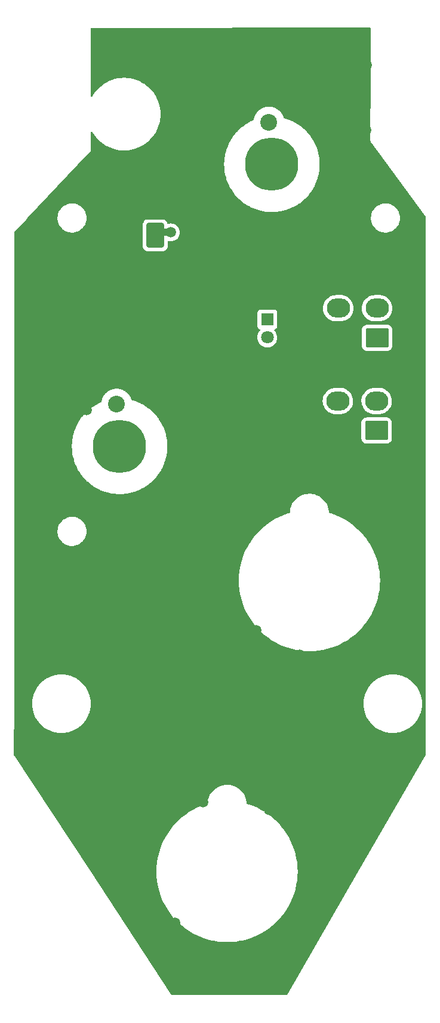
<source format=gbr>
%TF.GenerationSoftware,KiCad,Pcbnew,(6.0.9)*%
%TF.CreationDate,2022-12-26T16:29:41-09:00*%
%TF.ProjectId,PCB_ EXT LT PANEL,5043422c-2045-4585-9420-4c542050414e,rev?*%
%TF.SameCoordinates,Original*%
%TF.FileFunction,Copper,L2,Bot*%
%TF.FilePolarity,Positive*%
%FSLAX46Y46*%
G04 Gerber Fmt 4.6, Leading zero omitted, Abs format (unit mm)*
G04 Created by KiCad (PCBNEW (6.0.9)) date 2022-12-26 16:29:41*
%MOMM*%
%LPD*%
G01*
G04 APERTURE LIST*
G04 Aperture macros list*
%AMRoundRect*
0 Rectangle with rounded corners*
0 $1 Rounding radius*
0 $2 $3 $4 $5 $6 $7 $8 $9 X,Y pos of 4 corners*
0 Add a 4 corners polygon primitive as box body*
4,1,4,$2,$3,$4,$5,$6,$7,$8,$9,$2,$3,0*
0 Add four circle primitives for the rounded corners*
1,1,$1+$1,$2,$3*
1,1,$1+$1,$4,$5*
1,1,$1+$1,$6,$7*
1,1,$1+$1,$8,$9*
0 Add four rect primitives between the rounded corners*
20,1,$1+$1,$2,$3,$4,$5,0*
20,1,$1+$1,$4,$5,$6,$7,0*
20,1,$1+$1,$6,$7,$8,$9,0*
20,1,$1+$1,$8,$9,$2,$3,0*%
G04 Aperture macros list end*
%TA.AperFunction,WasherPad*%
%ADD10C,2.381250*%
%TD*%
%TA.AperFunction,WasherPad*%
%ADD11C,7.540752*%
%TD*%
%TA.AperFunction,SMDPad,CuDef*%
%ADD12RoundRect,0.250000X-1.000000X1.500000X-1.000000X-1.500000X1.000000X-1.500000X1.000000X1.500000X0*%
%TD*%
%TA.AperFunction,ComponentPad*%
%ADD13RoundRect,0.250001X1.399999X-1.099999X1.399999X1.099999X-1.399999X1.099999X-1.399999X-1.099999X0*%
%TD*%
%TA.AperFunction,ComponentPad*%
%ADD14O,3.300000X2.700000*%
%TD*%
%TA.AperFunction,ComponentPad*%
%ADD15R,1.800000X1.800000*%
%TD*%
%TA.AperFunction,ComponentPad*%
%ADD16C,1.800000*%
%TD*%
%TA.AperFunction,ViaPad*%
%ADD17C,1.500000*%
%TD*%
%TA.AperFunction,Conductor*%
%ADD18C,1.000000*%
%TD*%
G04 APERTURE END LIST*
D10*
%TO.P,2,*%
%TO.N,*%
X107067861Y-81212816D03*
D11*
X107486400Y-87198200D03*
%TD*%
%TO.P,1,*%
%TO.N,*%
X129076400Y-47193200D03*
D10*
X128657861Y-41207816D03*
%TD*%
D12*
%TO.P,C1,1*%
%TO.N,/LED+5V*%
X112527000Y-57266800D03*
%TO.P,C1,2*%
%TO.N,/LEDGND*%
X112527000Y-63766800D03*
%TD*%
D13*
%TO.P,J1,1,Pin_1*%
%TO.N,/LED+5V*%
X144003000Y-71808300D03*
D14*
%TO.P,J1,2,Pin_2*%
X144003000Y-67608300D03*
%TO.P,J1,3,Pin_3*%
%TO.N,/LEDGND*%
X138503000Y-71808300D03*
%TO.P,J1,4,Pin_4*%
%TO.N,/DATAIN*%
X138503000Y-67608300D03*
%TD*%
D13*
%TO.P,J2,1,Pin_1*%
%TO.N,/LED+5V*%
X143934000Y-84960500D03*
D14*
%TO.P,J2,2,Pin_2*%
X143934000Y-80760500D03*
%TO.P,J2,3,Pin_3*%
%TO.N,/LEDGND*%
X138434000Y-84960500D03*
%TO.P,J2,4,Pin_4*%
%TO.N,/DATAOUT*%
X138434000Y-80760500D03*
%TD*%
D15*
%TO.P,D45,1,K*%
%TO.N,Net-(D45-Pad1)*%
X128422000Y-69212500D03*
D16*
%TO.P,D45,2,A*%
%TO.N,/LED+5V*%
X128422000Y-71752500D03*
%TD*%
D17*
%TO.N,/LEDGND*%
X121291600Y-158733500D03*
X141596300Y-120243500D03*
X144987100Y-112244200D03*
X118149800Y-125357300D03*
X126867920Y-113304320D03*
X115333780Y-154767280D03*
X122488100Y-133452500D03*
X121777500Y-52966300D03*
X98548100Y-93126400D03*
X137620500Y-60782000D03*
X132995300Y-116764000D03*
X118191000Y-69687300D03*
X109789900Y-75869600D03*
X110828500Y-33221300D03*
X121329600Y-42321900D03*
X119175900Y-92022200D03*
X136820300Y-132552600D03*
X140941700Y-52896700D03*
X129340500Y-33202200D03*
X108040500Y-72661300D03*
X129054000Y-92461700D03*
X137072200Y-92251000D03*
X115680200Y-103175000D03*
X144307560Y-97993200D03*
X129583900Y-96507300D03*
X101098200Y-105787200D03*
X102763700Y-71249300D03*
X149632500Y-104331200D03*
X124672600Y-32337900D03*
X142501300Y-33099800D03*
X113050600Y-136924600D03*
X142383800Y-42309100D03*
X102769500Y-82056000D03*
X144702100Y-91325900D03*
X128724000Y-124595600D03*
X130680400Y-160711700D03*
X128718000Y-138801200D03*
X128224600Y-63841700D03*
X110631400Y-124938100D03*
X119325390Y-137651490D03*
X140180000Y-126967040D03*
X122208600Y-80592200D03*
%TO.N,/LED+5V*%
X114765800Y-56853200D03*
%TD*%
D18*
%TO.N,/LED+5V*%
X114765800Y-56853200D02*
X112940600Y-56853200D01*
X112940600Y-56853200D02*
X112527000Y-57266800D01*
%TD*%
%TA.AperFunction,Conductor*%
%TO.N,/LEDGND*%
G36*
X143043131Y-27808812D02*
G01*
X143089691Y-27862410D01*
X143101142Y-27915281D01*
X143079556Y-34930700D01*
X143052386Y-43760720D01*
X143051904Y-43771354D01*
X143048623Y-43808716D01*
X143047838Y-43817658D01*
X143049594Y-43826460D01*
X143058500Y-43871112D01*
X143059716Y-43878279D01*
X143067279Y-43932269D01*
X143070972Y-43940457D01*
X143072609Y-43946120D01*
X143074574Y-43951691D01*
X143076331Y-43960501D01*
X143080488Y-43968459D01*
X143080489Y-43968462D01*
X143101565Y-44008809D01*
X143104745Y-44015349D01*
X143127158Y-44065049D01*
X143132995Y-44071866D01*
X143132996Y-44071867D01*
X143159969Y-44103366D01*
X143165639Y-44110494D01*
X150901517Y-54591362D01*
X150925878Y-54658048D01*
X150926141Y-54666283D01*
X150875530Y-121270497D01*
X150875525Y-121270628D01*
X150875500Y-121270786D01*
X150875500Y-121309679D01*
X150875472Y-121346527D01*
X150875495Y-121346689D01*
X150875500Y-121346829D01*
X150875500Y-130944578D01*
X150858580Y-131007644D01*
X141310904Y-147521227D01*
X131213412Y-164985767D01*
X131162000Y-165034729D01*
X131104332Y-165048700D01*
X114947034Y-165048700D01*
X114878913Y-165028698D01*
X114841743Y-164991909D01*
X103359357Y-147523200D01*
X112720863Y-147523200D01*
X112740607Y-148151453D01*
X112799760Y-148777226D01*
X112898089Y-149398051D01*
X113035205Y-150011476D01*
X113210569Y-150615081D01*
X113211232Y-150616922D01*
X113211237Y-150616938D01*
X113422818Y-151204626D01*
X113423487Y-151206484D01*
X113673119Y-151783350D01*
X113958481Y-152343404D01*
X114278446Y-152884435D01*
X114631751Y-153404307D01*
X115017001Y-153900969D01*
X115432677Y-154372461D01*
X115877139Y-154816923D01*
X116348631Y-155232599D01*
X116845293Y-155617849D01*
X117365165Y-155971154D01*
X117906196Y-156291119D01*
X118466250Y-156576481D01*
X119043116Y-156826113D01*
X119044972Y-156826781D01*
X119044974Y-156826782D01*
X119632662Y-157038363D01*
X119632678Y-157038368D01*
X119634519Y-157039031D01*
X119636401Y-157039578D01*
X119636414Y-157039582D01*
X120236217Y-157213841D01*
X120238124Y-157214395D01*
X120240044Y-157214824D01*
X120240055Y-157214827D01*
X120544836Y-157282953D01*
X120851549Y-157351511D01*
X120853505Y-157351821D01*
X120853506Y-157351821D01*
X121470415Y-157449530D01*
X121470424Y-157449531D01*
X121472374Y-157449840D01*
X121474343Y-157450026D01*
X121474350Y-157450027D01*
X122096196Y-157508809D01*
X122096209Y-157508810D01*
X122098147Y-157508993D01*
X122100092Y-157509054D01*
X122100106Y-157509055D01*
X122378944Y-157517818D01*
X122566123Y-157523700D01*
X122886677Y-157523700D01*
X123073856Y-157517818D01*
X123352694Y-157509055D01*
X123352708Y-157509054D01*
X123354653Y-157508993D01*
X123356591Y-157508810D01*
X123356604Y-157508809D01*
X123978450Y-157450027D01*
X123978457Y-157450026D01*
X123980426Y-157449840D01*
X123982376Y-157449531D01*
X123982385Y-157449530D01*
X124599294Y-157351821D01*
X124599295Y-157351821D01*
X124601251Y-157351511D01*
X124907964Y-157282953D01*
X125212745Y-157214827D01*
X125212756Y-157214824D01*
X125214676Y-157214395D01*
X125216583Y-157213841D01*
X125816386Y-157039582D01*
X125816399Y-157039578D01*
X125818281Y-157039031D01*
X125820122Y-157038368D01*
X125820138Y-157038363D01*
X126407826Y-156826782D01*
X126407828Y-156826781D01*
X126409684Y-156826113D01*
X126986550Y-156576481D01*
X127546604Y-156291119D01*
X128087635Y-155971154D01*
X128607507Y-155617849D01*
X129104169Y-155232599D01*
X129575661Y-154816923D01*
X130020123Y-154372461D01*
X130435799Y-153900969D01*
X130821049Y-153404307D01*
X131174354Y-152884435D01*
X131494319Y-152343404D01*
X131779681Y-151783350D01*
X132029313Y-151206484D01*
X132029982Y-151204626D01*
X132241563Y-150616938D01*
X132241568Y-150616922D01*
X132242231Y-150615081D01*
X132417595Y-150011476D01*
X132554711Y-149398051D01*
X132653040Y-148777226D01*
X132712193Y-148151453D01*
X132731937Y-147523200D01*
X132712193Y-146894947D01*
X132653040Y-146269174D01*
X132554711Y-145648349D01*
X132417595Y-145034924D01*
X132242231Y-144431319D01*
X132241568Y-144429478D01*
X132241563Y-144429462D01*
X132029982Y-143841774D01*
X132029981Y-143841772D01*
X132029313Y-143839916D01*
X131779681Y-143263050D01*
X131494319Y-142702996D01*
X131174354Y-142161965D01*
X130821049Y-141642093D01*
X130435799Y-141145431D01*
X130020123Y-140673939D01*
X129575661Y-140229477D01*
X129104169Y-139813801D01*
X128607507Y-139428551D01*
X128087635Y-139075246D01*
X127546604Y-138755281D01*
X126986550Y-138469919D01*
X126409684Y-138220287D01*
X126407826Y-138219618D01*
X125820138Y-138008037D01*
X125820122Y-138008032D01*
X125818281Y-138007369D01*
X125598519Y-137943522D01*
X125538685Y-137905310D01*
X125509007Y-137840814D01*
X125507863Y-137829450D01*
X125499700Y-137681125D01*
X125499492Y-137677342D01*
X125440861Y-137346516D01*
X125439759Y-137342900D01*
X125439757Y-137342892D01*
X125344015Y-137028753D01*
X125344012Y-137028746D01*
X125342910Y-137025129D01*
X125207058Y-136717837D01*
X125205122Y-136714583D01*
X125205119Y-136714577D01*
X125037211Y-136432351D01*
X125037210Y-136432350D01*
X125035272Y-136429092D01*
X125019174Y-136408225D01*
X124832364Y-136166086D01*
X124830042Y-136163076D01*
X124827383Y-136160375D01*
X124827377Y-136160368D01*
X124597006Y-135926350D01*
X124597004Y-135926348D01*
X124594340Y-135923642D01*
X124331581Y-135714259D01*
X124045569Y-135537959D01*
X123740450Y-135397297D01*
X123736850Y-135396138D01*
X123736843Y-135396135D01*
X123424250Y-135295472D01*
X123424247Y-135295471D01*
X123420641Y-135294310D01*
X123416925Y-135293591D01*
X123416917Y-135293589D01*
X123094494Y-135231208D01*
X123094488Y-135231207D01*
X123090776Y-135230489D01*
X123087000Y-135230222D01*
X123086995Y-135230221D01*
X122986088Y-135223077D01*
X122825404Y-135211700D01*
X122641922Y-135211700D01*
X122640055Y-135211813D01*
X122640040Y-135211813D01*
X122394805Y-135226598D01*
X122394801Y-135226598D01*
X122391027Y-135226826D01*
X122387309Y-135227505D01*
X122387301Y-135227506D01*
X122165591Y-135267997D01*
X122060512Y-135287188D01*
X121739642Y-135386821D01*
X121433066Y-135524280D01*
X121145224Y-135697575D01*
X121142240Y-135699902D01*
X121142233Y-135699907D01*
X121120798Y-135716624D01*
X120880286Y-135904195D01*
X120642090Y-136141148D01*
X120434086Y-136405000D01*
X120432123Y-136408221D01*
X120432121Y-136408225D01*
X120281220Y-136655926D01*
X120259286Y-136691930D01*
X120257720Y-136695374D01*
X120257718Y-136695378D01*
X120121792Y-136994331D01*
X120121789Y-136994338D01*
X120120223Y-136997783D01*
X120018912Y-137318126D01*
X119956820Y-137648321D01*
X119955163Y-137673611D01*
X119944862Y-137830765D01*
X119920448Y-137897431D01*
X119863866Y-137940316D01*
X119854285Y-137943521D01*
X119636414Y-138006818D01*
X119636401Y-138006822D01*
X119634519Y-138007369D01*
X119632678Y-138008032D01*
X119632662Y-138008037D01*
X119044974Y-138219618D01*
X119043116Y-138220287D01*
X118466250Y-138469919D01*
X117906196Y-138755281D01*
X117365165Y-139075246D01*
X116845293Y-139428551D01*
X116348631Y-139813801D01*
X115877139Y-140229477D01*
X115432677Y-140673939D01*
X115017001Y-141145431D01*
X114631751Y-141642093D01*
X114278446Y-142161965D01*
X113958481Y-142702996D01*
X113673119Y-143263050D01*
X113423487Y-143839916D01*
X113422819Y-143841772D01*
X113422818Y-143841774D01*
X113211237Y-144429462D01*
X113211232Y-144429478D01*
X113210569Y-144431319D01*
X113035205Y-145034924D01*
X112898089Y-145648349D01*
X112799760Y-146269174D01*
X112740607Y-146894947D01*
X112720863Y-147523200D01*
X103359357Y-147523200D01*
X92528139Y-131045144D01*
X92507430Y-130975849D01*
X92512399Y-123681689D01*
X95075996Y-123681689D01*
X95092997Y-124087324D01*
X95093425Y-124090368D01*
X95093425Y-124090370D01*
X95101538Y-124148098D01*
X95149500Y-124489364D01*
X95244966Y-124883971D01*
X95378483Y-125267380D01*
X95379776Y-125270178D01*
X95547484Y-125633132D01*
X95547489Y-125633142D01*
X95548777Y-125635929D01*
X95754222Y-125986102D01*
X95992857Y-126314555D01*
X96262405Y-126618155D01*
X96264650Y-126620234D01*
X96264657Y-126620241D01*
X96558040Y-126891916D01*
X96560293Y-126894002D01*
X96883677Y-127139463D01*
X96886299Y-127141076D01*
X97226844Y-127350582D01*
X97226852Y-127350586D01*
X97229470Y-127352197D01*
X97594372Y-127530171D01*
X97974900Y-127671689D01*
X98367422Y-127775397D01*
X98768190Y-127840308D01*
X98771263Y-127840501D01*
X98771269Y-127840502D01*
X98916507Y-127849639D01*
X99100264Y-127861200D01*
X99333732Y-127861200D01*
X99335258Y-127861125D01*
X99335273Y-127861125D01*
X99500463Y-127853045D01*
X99636906Y-127846372D01*
X100038542Y-127787064D01*
X100041538Y-127786317D01*
X100041543Y-127786316D01*
X100167922Y-127754806D01*
X100432473Y-127688846D01*
X100435381Y-127687810D01*
X100435386Y-127687809D01*
X100618674Y-127622543D01*
X100814940Y-127552656D01*
X101182291Y-127379793D01*
X101184932Y-127378219D01*
X101184937Y-127378216D01*
X101361788Y-127272791D01*
X101531021Y-127171908D01*
X101857801Y-126930986D01*
X101860084Y-126928930D01*
X101860093Y-126928923D01*
X102157214Y-126661394D01*
X102157222Y-126661386D01*
X102159511Y-126659325D01*
X102433272Y-126359519D01*
X102676470Y-126034429D01*
X102707346Y-125983446D01*
X102885193Y-125689787D01*
X102885198Y-125689778D01*
X102886784Y-125687159D01*
X103062207Y-125321023D01*
X103081732Y-125267380D01*
X103200009Y-124942415D01*
X103200010Y-124942412D01*
X103201064Y-124939516D01*
X103302030Y-124546280D01*
X103364141Y-124145069D01*
X103386804Y-123739711D01*
X103384372Y-123681689D01*
X142065996Y-123681689D01*
X142082997Y-124087324D01*
X142083425Y-124090368D01*
X142083425Y-124090370D01*
X142091538Y-124148098D01*
X142139500Y-124489364D01*
X142234966Y-124883971D01*
X142368483Y-125267380D01*
X142369776Y-125270178D01*
X142537484Y-125633132D01*
X142537489Y-125633142D01*
X142538777Y-125635929D01*
X142744222Y-125986102D01*
X142982857Y-126314555D01*
X143252405Y-126618155D01*
X143254650Y-126620234D01*
X143254657Y-126620241D01*
X143548040Y-126891916D01*
X143550293Y-126894002D01*
X143873677Y-127139463D01*
X143876299Y-127141076D01*
X144216844Y-127350582D01*
X144216852Y-127350586D01*
X144219470Y-127352197D01*
X144584372Y-127530171D01*
X144964900Y-127671689D01*
X145357422Y-127775397D01*
X145758190Y-127840308D01*
X145761263Y-127840501D01*
X145761269Y-127840502D01*
X145906507Y-127849639D01*
X146090264Y-127861200D01*
X146323732Y-127861200D01*
X146325258Y-127861125D01*
X146325273Y-127861125D01*
X146490463Y-127853045D01*
X146626906Y-127846372D01*
X147028542Y-127787064D01*
X147031538Y-127786317D01*
X147031543Y-127786316D01*
X147157922Y-127754806D01*
X147422473Y-127688846D01*
X147425381Y-127687810D01*
X147425386Y-127687809D01*
X147608674Y-127622543D01*
X147804940Y-127552656D01*
X148172291Y-127379793D01*
X148174932Y-127378219D01*
X148174937Y-127378216D01*
X148351788Y-127272791D01*
X148521021Y-127171908D01*
X148847801Y-126930986D01*
X148850084Y-126928930D01*
X148850093Y-126928923D01*
X149147214Y-126661394D01*
X149147222Y-126661386D01*
X149149511Y-126659325D01*
X149423272Y-126359519D01*
X149666470Y-126034429D01*
X149697346Y-125983446D01*
X149875193Y-125689787D01*
X149875198Y-125689778D01*
X149876784Y-125687159D01*
X150052207Y-125321023D01*
X150071732Y-125267380D01*
X150190009Y-124942415D01*
X150190010Y-124942412D01*
X150191064Y-124939516D01*
X150292030Y-124546280D01*
X150354141Y-124145069D01*
X150376804Y-123739711D01*
X150359803Y-123334076D01*
X150351688Y-123276331D01*
X150303729Y-122935089D01*
X150303300Y-122932036D01*
X150207834Y-122537429D01*
X150074317Y-122154020D01*
X150041519Y-122083038D01*
X149905316Y-121788268D01*
X149905311Y-121788258D01*
X149904023Y-121785471D01*
X149698578Y-121435298D01*
X149459943Y-121106845D01*
X149190395Y-120803245D01*
X149188150Y-120801166D01*
X149188143Y-120801159D01*
X148894760Y-120529484D01*
X148894757Y-120529481D01*
X148892507Y-120527398D01*
X148569123Y-120281937D01*
X148513816Y-120247912D01*
X148225956Y-120070818D01*
X148225948Y-120070814D01*
X148223330Y-120069203D01*
X147858428Y-119891229D01*
X147477900Y-119749711D01*
X147085378Y-119646003D01*
X146684610Y-119581092D01*
X146681537Y-119580899D01*
X146681531Y-119580898D01*
X146536293Y-119571761D01*
X146352536Y-119560200D01*
X146119068Y-119560200D01*
X146117542Y-119560275D01*
X146117527Y-119560275D01*
X145952337Y-119568355D01*
X145815894Y-119575028D01*
X145414258Y-119634336D01*
X145411262Y-119635083D01*
X145411257Y-119635084D01*
X145284878Y-119666594D01*
X145020327Y-119732554D01*
X145017419Y-119733590D01*
X145017414Y-119733591D01*
X144834126Y-119798857D01*
X144637860Y-119868744D01*
X144270509Y-120041607D01*
X144267868Y-120043181D01*
X144267863Y-120043184D01*
X144224216Y-120069203D01*
X143921779Y-120249492D01*
X143594999Y-120490414D01*
X143592716Y-120492470D01*
X143592707Y-120492477D01*
X143295586Y-120760006D01*
X143295578Y-120760014D01*
X143293289Y-120762075D01*
X143019528Y-121061881D01*
X142776330Y-121386971D01*
X142774733Y-121389608D01*
X142567607Y-121731613D01*
X142567602Y-121731622D01*
X142566016Y-121734241D01*
X142390593Y-122100377D01*
X142389541Y-122103267D01*
X142389539Y-122103272D01*
X142252791Y-122478985D01*
X142251736Y-122481884D01*
X142150770Y-122875120D01*
X142088659Y-123276331D01*
X142065996Y-123681689D01*
X103384372Y-123681689D01*
X103369803Y-123334076D01*
X103361688Y-123276331D01*
X103313729Y-122935089D01*
X103313300Y-122932036D01*
X103217834Y-122537429D01*
X103084317Y-122154020D01*
X103051518Y-122083038D01*
X102915316Y-121788268D01*
X102915311Y-121788258D01*
X102914023Y-121785471D01*
X102708578Y-121435298D01*
X102469943Y-121106845D01*
X102200395Y-120803245D01*
X102198150Y-120801166D01*
X102198143Y-120801159D01*
X101904760Y-120529484D01*
X101904757Y-120529481D01*
X101902507Y-120527398D01*
X101579123Y-120281937D01*
X101523816Y-120247912D01*
X101235956Y-120070818D01*
X101235948Y-120070814D01*
X101233330Y-120069203D01*
X100868428Y-119891229D01*
X100487900Y-119749711D01*
X100095378Y-119646003D01*
X99694610Y-119581092D01*
X99691537Y-119580899D01*
X99691531Y-119580898D01*
X99546293Y-119571761D01*
X99362536Y-119560200D01*
X99129068Y-119560200D01*
X99127542Y-119560275D01*
X99127527Y-119560275D01*
X98962337Y-119568355D01*
X98825894Y-119575028D01*
X98424258Y-119634336D01*
X98421262Y-119635083D01*
X98421257Y-119635084D01*
X98294878Y-119666594D01*
X98030327Y-119732554D01*
X98027419Y-119733590D01*
X98027414Y-119733591D01*
X97844126Y-119798857D01*
X97647860Y-119868744D01*
X97280509Y-120041607D01*
X97277868Y-120043181D01*
X97277863Y-120043184D01*
X97234216Y-120069203D01*
X96931779Y-120249492D01*
X96604999Y-120490414D01*
X96602716Y-120492470D01*
X96602707Y-120492477D01*
X96305586Y-120760006D01*
X96305578Y-120760014D01*
X96303289Y-120762075D01*
X96029528Y-121061881D01*
X95786330Y-121386971D01*
X95784733Y-121389608D01*
X95577607Y-121731613D01*
X95577602Y-121731622D01*
X95576016Y-121734241D01*
X95400593Y-122100377D01*
X95399541Y-122103267D01*
X95399539Y-122103272D01*
X95262791Y-122478985D01*
X95261736Y-122481884D01*
X95160770Y-122875120D01*
X95098659Y-123276331D01*
X95075996Y-123681689D01*
X92512399Y-123681689D01*
X92524274Y-106248200D01*
X124404863Y-106248200D01*
X124424607Y-106876453D01*
X124483760Y-107502226D01*
X124582089Y-108123051D01*
X124719205Y-108736476D01*
X124894569Y-109340081D01*
X124895232Y-109341922D01*
X124895237Y-109341938D01*
X125106818Y-109929626D01*
X125107487Y-109931484D01*
X125357119Y-110508350D01*
X125642481Y-111068404D01*
X125962446Y-111609435D01*
X126315751Y-112129307D01*
X126701001Y-112625969D01*
X127116677Y-113097461D01*
X127561139Y-113541923D01*
X128032631Y-113957599D01*
X128529293Y-114342849D01*
X129049165Y-114696154D01*
X129590196Y-115016119D01*
X130150250Y-115301481D01*
X130727116Y-115551113D01*
X130728972Y-115551781D01*
X130728974Y-115551782D01*
X131316662Y-115763363D01*
X131316678Y-115763368D01*
X131318519Y-115764031D01*
X131320401Y-115764578D01*
X131320414Y-115764582D01*
X131920217Y-115938841D01*
X131922124Y-115939395D01*
X131924044Y-115939824D01*
X131924055Y-115939827D01*
X132228837Y-116007953D01*
X132535549Y-116076511D01*
X132537505Y-116076821D01*
X132537506Y-116076821D01*
X133154415Y-116174530D01*
X133154424Y-116174531D01*
X133156374Y-116174840D01*
X133158343Y-116175026D01*
X133158350Y-116175027D01*
X133780196Y-116233809D01*
X133780209Y-116233810D01*
X133782147Y-116233993D01*
X133784092Y-116234054D01*
X133784106Y-116234055D01*
X134062944Y-116242818D01*
X134250123Y-116248700D01*
X134570677Y-116248700D01*
X134757856Y-116242818D01*
X135036694Y-116234055D01*
X135036708Y-116234054D01*
X135038653Y-116233993D01*
X135040591Y-116233810D01*
X135040604Y-116233809D01*
X135662450Y-116175027D01*
X135662457Y-116175026D01*
X135664426Y-116174840D01*
X135666376Y-116174531D01*
X135666385Y-116174530D01*
X136283294Y-116076821D01*
X136283295Y-116076821D01*
X136285251Y-116076511D01*
X136591963Y-116007953D01*
X136896745Y-115939827D01*
X136896756Y-115939824D01*
X136898676Y-115939395D01*
X136900583Y-115938841D01*
X137500386Y-115764582D01*
X137500399Y-115764578D01*
X137502281Y-115764031D01*
X137504122Y-115763368D01*
X137504138Y-115763363D01*
X138091826Y-115551782D01*
X138091828Y-115551781D01*
X138093684Y-115551113D01*
X138670550Y-115301481D01*
X139230604Y-115016119D01*
X139771635Y-114696154D01*
X140291507Y-114342849D01*
X140788169Y-113957599D01*
X141259661Y-113541923D01*
X141704123Y-113097461D01*
X142119799Y-112625969D01*
X142505049Y-112129307D01*
X142858354Y-111609435D01*
X143178319Y-111068404D01*
X143463681Y-110508350D01*
X143713313Y-109931484D01*
X143713982Y-109929626D01*
X143925563Y-109341938D01*
X143925568Y-109341922D01*
X143926231Y-109340081D01*
X144101595Y-108736476D01*
X144238711Y-108123051D01*
X144337040Y-107502226D01*
X144396193Y-106876453D01*
X144415937Y-106248200D01*
X144396193Y-105619947D01*
X144337040Y-104994174D01*
X144238711Y-104373349D01*
X144101595Y-103759924D01*
X143926231Y-103156319D01*
X143925568Y-103154478D01*
X143925563Y-103154462D01*
X143713982Y-102566774D01*
X143713981Y-102566772D01*
X143713313Y-102564916D01*
X143463681Y-101988050D01*
X143178319Y-101427996D01*
X142989765Y-101109168D01*
X142859366Y-100888676D01*
X142859364Y-100888673D01*
X142858354Y-100886965D01*
X142766914Y-100752415D01*
X142506161Y-100368729D01*
X142506158Y-100368725D01*
X142505049Y-100367093D01*
X142503433Y-100365009D01*
X142121012Y-99871995D01*
X142119799Y-99870431D01*
X141704123Y-99398939D01*
X141259661Y-98954477D01*
X140788169Y-98538801D01*
X140406788Y-98242972D01*
X140293070Y-98154763D01*
X140293062Y-98154757D01*
X140291507Y-98153551D01*
X140013647Y-97964717D01*
X139773270Y-97801357D01*
X139773267Y-97801355D01*
X139771635Y-97800246D01*
X139677212Y-97744404D01*
X139232327Y-97481300D01*
X139230604Y-97480281D01*
X138670550Y-97194919D01*
X138093684Y-96945287D01*
X138091826Y-96944618D01*
X137504138Y-96733037D01*
X137504122Y-96733032D01*
X137502281Y-96732369D01*
X137282519Y-96668522D01*
X137222685Y-96630310D01*
X137193007Y-96565814D01*
X137191863Y-96554450D01*
X137183700Y-96406125D01*
X137183492Y-96402342D01*
X137124861Y-96071516D01*
X137123759Y-96067900D01*
X137123757Y-96067892D01*
X137028015Y-95753753D01*
X137028012Y-95753746D01*
X137026910Y-95750129D01*
X136891058Y-95442837D01*
X136889122Y-95439583D01*
X136889119Y-95439577D01*
X136721211Y-95157351D01*
X136721210Y-95157350D01*
X136719272Y-95154092D01*
X136703174Y-95133225D01*
X136516364Y-94891086D01*
X136514042Y-94888076D01*
X136511383Y-94885375D01*
X136511377Y-94885368D01*
X136281006Y-94651350D01*
X136281004Y-94651348D01*
X136278340Y-94648642D01*
X136015581Y-94439259D01*
X135729569Y-94262959D01*
X135424450Y-94122297D01*
X135420850Y-94121138D01*
X135420843Y-94121135D01*
X135108250Y-94020472D01*
X135108247Y-94020471D01*
X135104641Y-94019310D01*
X135100925Y-94018591D01*
X135100917Y-94018589D01*
X134778494Y-93956208D01*
X134778488Y-93956207D01*
X134774776Y-93955489D01*
X134771000Y-93955222D01*
X134770995Y-93955221D01*
X134670088Y-93948077D01*
X134509404Y-93936700D01*
X134325922Y-93936700D01*
X134324055Y-93936813D01*
X134324040Y-93936813D01*
X134078805Y-93951598D01*
X134078801Y-93951598D01*
X134075027Y-93951826D01*
X134071309Y-93952505D01*
X134071301Y-93952506D01*
X133849591Y-93992997D01*
X133744512Y-94012188D01*
X133423642Y-94111821D01*
X133117066Y-94249280D01*
X132829224Y-94422575D01*
X132826240Y-94424902D01*
X132826233Y-94424907D01*
X132804798Y-94441624D01*
X132564286Y-94629195D01*
X132326090Y-94866148D01*
X132118086Y-95130000D01*
X132116123Y-95133221D01*
X132116121Y-95133225D01*
X131965220Y-95380926D01*
X131943286Y-95416930D01*
X131941720Y-95420374D01*
X131941718Y-95420378D01*
X131805792Y-95719331D01*
X131805789Y-95719338D01*
X131804223Y-95722783D01*
X131702912Y-96043126D01*
X131640820Y-96373321D01*
X131639163Y-96398611D01*
X131628862Y-96555765D01*
X131604448Y-96622431D01*
X131547866Y-96665316D01*
X131538285Y-96668521D01*
X131320414Y-96731818D01*
X131320401Y-96731822D01*
X131318519Y-96732369D01*
X131316678Y-96733032D01*
X131316662Y-96733037D01*
X130728974Y-96944618D01*
X130727116Y-96945287D01*
X130150250Y-97194919D01*
X129590196Y-97480281D01*
X129588473Y-97481300D01*
X129143589Y-97744404D01*
X129049165Y-97800246D01*
X129047533Y-97801355D01*
X129047530Y-97801357D01*
X128807154Y-97964717D01*
X128529293Y-98153551D01*
X128527738Y-98154757D01*
X128527730Y-98154763D01*
X128414012Y-98242972D01*
X128032631Y-98538801D01*
X127561139Y-98954477D01*
X127116677Y-99398939D01*
X126701001Y-99870431D01*
X126699788Y-99871995D01*
X126317368Y-100365009D01*
X126315751Y-100367093D01*
X126314642Y-100368725D01*
X126314639Y-100368729D01*
X126053886Y-100752415D01*
X125962446Y-100886965D01*
X125961436Y-100888673D01*
X125961434Y-100888676D01*
X125831035Y-101109168D01*
X125642481Y-101427996D01*
X125357119Y-101988050D01*
X125107487Y-102564916D01*
X125106819Y-102566772D01*
X125106818Y-102566774D01*
X124895237Y-103154462D01*
X124895232Y-103154478D01*
X124894569Y-103156319D01*
X124719205Y-103759924D01*
X124582089Y-104373349D01*
X124483760Y-104994174D01*
X124424607Y-105619947D01*
X124404863Y-106248200D01*
X92524274Y-106248200D01*
X92529047Y-99241593D01*
X98673203Y-99241593D01*
X98673610Y-99248658D01*
X98689360Y-99521801D01*
X98690185Y-99526006D01*
X98690186Y-99526014D01*
X98701111Y-99581697D01*
X98743396Y-99797224D01*
X98744783Y-99801274D01*
X98744784Y-99801279D01*
X98832922Y-100058709D01*
X98834311Y-100062765D01*
X98874448Y-100142568D01*
X98912181Y-100217592D01*
X98960422Y-100313510D01*
X98962848Y-100317039D01*
X98962851Y-100317045D01*
X99071412Y-100475001D01*
X99119397Y-100544820D01*
X99308294Y-100752415D01*
X99311583Y-100755165D01*
X99520325Y-100929701D01*
X99520330Y-100929705D01*
X99523617Y-100932453D01*
X99578824Y-100967084D01*
X99757741Y-101079319D01*
X99757745Y-101079321D01*
X99761381Y-101081602D01*
X100017188Y-101197103D01*
X100021307Y-101198323D01*
X100282190Y-101275601D01*
X100282195Y-101275602D01*
X100286303Y-101276819D01*
X100290537Y-101277467D01*
X100290542Y-101277468D01*
X100534914Y-101314862D01*
X100563747Y-101319274D01*
X100706692Y-101321519D01*
X100840094Y-101323615D01*
X100840100Y-101323615D01*
X100844385Y-101323682D01*
X101123026Y-101289963D01*
X101394512Y-101218740D01*
X101398472Y-101217100D01*
X101398477Y-101217098D01*
X101538000Y-101159305D01*
X101653820Y-101111331D01*
X101704696Y-101081602D01*
X101892454Y-100971885D01*
X101892455Y-100971885D01*
X101896152Y-100969724D01*
X102117024Y-100796538D01*
X102312348Y-100594979D01*
X102314881Y-100591531D01*
X102314885Y-100591526D01*
X102475972Y-100372232D01*
X102478510Y-100368777D01*
X102560597Y-100217592D01*
X102610386Y-100125892D01*
X102610387Y-100125890D01*
X102612436Y-100122116D01*
X102711647Y-99859562D01*
X102774307Y-99585973D01*
X102782521Y-99493943D01*
X102799037Y-99308877D01*
X102799037Y-99308875D01*
X102799257Y-99306411D01*
X102799710Y-99263200D01*
X102780620Y-98983177D01*
X102775323Y-98957596D01*
X102724572Y-98712532D01*
X102723703Y-98708335D01*
X102630012Y-98443761D01*
X102619801Y-98423976D01*
X102503247Y-98198157D01*
X102503247Y-98198156D01*
X102501282Y-98194350D01*
X102490995Y-98179712D01*
X102342356Y-97968222D01*
X102339893Y-97964717D01*
X102268383Y-97887764D01*
X102151754Y-97762255D01*
X102151751Y-97762252D01*
X102148833Y-97759112D01*
X101931637Y-97581339D01*
X101692323Y-97434687D01*
X101669748Y-97424777D01*
X101439253Y-97323597D01*
X101435321Y-97321871D01*
X101415919Y-97316344D01*
X101169514Y-97246154D01*
X101169515Y-97246154D01*
X101165386Y-97244978D01*
X100959617Y-97215693D01*
X100891765Y-97206036D01*
X100891763Y-97206036D01*
X100887513Y-97205431D01*
X100883224Y-97205409D01*
X100883217Y-97205408D01*
X100611130Y-97203983D01*
X100611123Y-97203983D01*
X100606844Y-97203961D01*
X100602599Y-97204520D01*
X100602597Y-97204520D01*
X100539213Y-97212865D01*
X100328572Y-97240597D01*
X100057846Y-97314659D01*
X99799677Y-97424777D01*
X99654121Y-97511891D01*
X99562523Y-97566711D01*
X99562519Y-97566714D01*
X99558841Y-97568915D01*
X99339795Y-97744404D01*
X99336851Y-97747506D01*
X99336847Y-97747510D01*
X99285748Y-97801357D01*
X99146592Y-97947997D01*
X98982808Y-98175927D01*
X98851473Y-98423976D01*
X98850001Y-98427999D01*
X98849999Y-98428003D01*
X98842754Y-98447802D01*
X98755016Y-98687555D01*
X98754103Y-98691741D01*
X98754103Y-98691742D01*
X98696512Y-98955884D01*
X98695225Y-98961785D01*
X98673203Y-99241593D01*
X92529047Y-99241593D01*
X92537202Y-87269155D01*
X100710924Y-87269155D01*
X100711037Y-87271506D01*
X100711037Y-87271512D01*
X100725695Y-87576676D01*
X100725725Y-87577335D01*
X100727880Y-87627701D01*
X100732753Y-87741586D01*
X100733028Y-87743912D01*
X100733030Y-87743933D01*
X100733689Y-87749502D01*
X100734417Y-87758260D01*
X100735316Y-87776972D01*
X100735607Y-87779324D01*
X100773092Y-88082432D01*
X100773172Y-88083087D01*
X100784478Y-88178610D01*
X100792506Y-88246436D01*
X100794034Y-88254264D01*
X100795414Y-88262929D01*
X100797715Y-88281531D01*
X100798177Y-88283833D01*
X100798179Y-88283845D01*
X100858317Y-88583443D01*
X100858445Y-88584090D01*
X100889943Y-88745385D01*
X100890566Y-88747654D01*
X100892055Y-88753079D01*
X100894084Y-88761630D01*
X100897769Y-88779990D01*
X100898407Y-88782266D01*
X100980858Y-89076582D01*
X100981029Y-89077200D01*
X101024518Y-89235624D01*
X101025315Y-89237856D01*
X101025320Y-89237872D01*
X101027193Y-89243119D01*
X101029857Y-89251490D01*
X101034274Y-89267256D01*
X101034280Y-89267274D01*
X101034916Y-89269545D01*
X101137138Y-89551161D01*
X101139976Y-89558980D01*
X101140182Y-89559553D01*
X101195470Y-89714392D01*
X101196423Y-89716538D01*
X101196434Y-89716565D01*
X101198705Y-89721676D01*
X101201994Y-89729837D01*
X101208383Y-89747438D01*
X101209356Y-89749598D01*
X101334864Y-90028217D01*
X101335133Y-90028819D01*
X101401839Y-90178996D01*
X101402951Y-90181065D01*
X101402960Y-90181084D01*
X101405613Y-90186021D01*
X101409498Y-90193898D01*
X101417193Y-90210980D01*
X101418322Y-90213055D01*
X101564328Y-90481406D01*
X101564595Y-90481898D01*
X101642463Y-90626818D01*
X101643738Y-90628815D01*
X101646748Y-90633531D01*
X101651215Y-90641101D01*
X101659030Y-90655464D01*
X101659042Y-90655485D01*
X101660172Y-90657561D01*
X101661449Y-90659538D01*
X101661461Y-90659559D01*
X101827294Y-90916389D01*
X101827650Y-90916944D01*
X101915986Y-91055337D01*
X101917393Y-91057214D01*
X101920759Y-91061705D01*
X101925789Y-91068930D01*
X101934657Y-91082666D01*
X101934670Y-91082684D01*
X101935950Y-91084667D01*
X101937385Y-91086561D01*
X102121938Y-91330142D01*
X102122335Y-91330669D01*
X102179369Y-91406769D01*
X102220869Y-91462143D01*
X102226111Y-91468141D01*
X102231652Y-91474946D01*
X102242976Y-91489893D01*
X102244531Y-91491654D01*
X102244537Y-91491661D01*
X102446748Y-91720620D01*
X102447184Y-91721116D01*
X102510049Y-91793052D01*
X102555396Y-91844943D01*
X102557071Y-91846592D01*
X102557072Y-91846593D01*
X102561084Y-91850543D01*
X102567125Y-91856921D01*
X102579522Y-91870957D01*
X102800194Y-92085927D01*
X102800562Y-92086288D01*
X102915983Y-92199911D01*
X102916004Y-92199930D01*
X102917683Y-92201583D01*
X102919484Y-92203108D01*
X102919502Y-92203124D01*
X102923746Y-92206716D01*
X102930257Y-92212629D01*
X102943691Y-92225716D01*
X102945513Y-92227243D01*
X102945514Y-92227243D01*
X103179762Y-92423452D01*
X103180267Y-92423877D01*
X103305691Y-92530056D01*
X103307597Y-92531438D01*
X103312143Y-92534735D01*
X103319074Y-92540141D01*
X103333435Y-92552170D01*
X103335358Y-92553550D01*
X103335377Y-92553564D01*
X103583706Y-92731679D01*
X103584241Y-92732064D01*
X103626930Y-92763022D01*
X103717235Y-92828512D01*
X103724015Y-92832692D01*
X103731308Y-92837545D01*
X103746559Y-92848484D01*
X103748571Y-92849710D01*
X103748582Y-92849717D01*
X104009488Y-93008662D01*
X104010051Y-93009007D01*
X104090730Y-93058738D01*
X104149998Y-93095271D01*
X104152079Y-93096348D01*
X104152087Y-93096352D01*
X104157086Y-93098938D01*
X104164736Y-93103240D01*
X104178714Y-93111755D01*
X104178721Y-93111759D01*
X104180737Y-93112987D01*
X104240450Y-93143478D01*
X104454905Y-93252985D01*
X104455491Y-93253286D01*
X104540344Y-93297175D01*
X104601544Y-93328830D01*
X104603715Y-93329754D01*
X104603737Y-93329764D01*
X104608866Y-93331946D01*
X104616839Y-93335671D01*
X104633525Y-93344192D01*
X104694462Y-93369745D01*
X104917456Y-93463255D01*
X104918063Y-93463511D01*
X104961040Y-93481797D01*
X105069332Y-93527876D01*
X105071563Y-93528633D01*
X105071570Y-93528636D01*
X105074886Y-93529761D01*
X105076875Y-93530437D01*
X105085083Y-93533546D01*
X105102374Y-93540797D01*
X105394587Y-93638286D01*
X105395029Y-93638435D01*
X105550726Y-93691288D01*
X105553004Y-93691875D01*
X105553031Y-93691883D01*
X105558446Y-93693278D01*
X105566885Y-93695769D01*
X105584645Y-93701695D01*
X105797175Y-93755276D01*
X105883181Y-93776959D01*
X105883820Y-93777122D01*
X106040728Y-93817555D01*
X106040737Y-93817557D01*
X106043019Y-93818145D01*
X106050899Y-93819556D01*
X106059430Y-93821393D01*
X106077622Y-93825979D01*
X106079934Y-93826380D01*
X106079946Y-93826383D01*
X106381068Y-93878667D01*
X106381717Y-93878782D01*
X106433985Y-93888139D01*
X106543437Y-93907734D01*
X106545785Y-93907975D01*
X106545795Y-93907976D01*
X106551350Y-93908545D01*
X106560069Y-93909747D01*
X106576194Y-93912547D01*
X106576209Y-93912549D01*
X106578530Y-93912952D01*
X106580884Y-93913181D01*
X106580886Y-93913181D01*
X106622959Y-93917269D01*
X106885107Y-93942741D01*
X106885433Y-93942773D01*
X107049163Y-93959549D01*
X107058476Y-93959850D01*
X107066547Y-93960371D01*
X107084549Y-93962121D01*
X107086902Y-93962172D01*
X107086913Y-93962173D01*
X107179024Y-93964182D01*
X107220308Y-93965083D01*
X107221555Y-93965117D01*
X107253778Y-93966158D01*
X107331466Y-93968668D01*
X107331495Y-93968668D01*
X107332471Y-93968700D01*
X107384679Y-93968700D01*
X107387428Y-93968730D01*
X107592830Y-93973212D01*
X107816505Y-93961294D01*
X107818474Y-93961205D01*
X107840641Y-93960373D01*
X107992053Y-93954689D01*
X107992061Y-93954688D01*
X107994416Y-93954600D01*
X107996749Y-93954336D01*
X107996779Y-93954334D01*
X108037325Y-93949750D01*
X108044734Y-93949133D01*
X108100513Y-93946161D01*
X108322684Y-93917503D01*
X108324594Y-93917272D01*
X108499573Y-93897491D01*
X108501904Y-93897048D01*
X108501907Y-93897048D01*
X108541982Y-93889440D01*
X108549363Y-93888264D01*
X108572311Y-93885304D01*
X108604737Y-93881121D01*
X108824030Y-93835907D01*
X108825972Y-93835522D01*
X108996710Y-93803107D01*
X108996722Y-93803104D01*
X108999025Y-93802667D01*
X109040736Y-93791451D01*
X109047957Y-93789738D01*
X109102666Y-93778458D01*
X109242753Y-93738421D01*
X109317977Y-93716922D01*
X109319885Y-93716393D01*
X109487683Y-93671275D01*
X109487688Y-93671273D01*
X109489962Y-93670662D01*
X109492187Y-93669881D01*
X109492202Y-93669876D01*
X109530705Y-93656355D01*
X109537830Y-93654088D01*
X109589223Y-93639400D01*
X109589232Y-93639397D01*
X109591496Y-93638750D01*
X109593699Y-93637937D01*
X109593706Y-93637935D01*
X109801607Y-93561236D01*
X109803469Y-93560566D01*
X109812342Y-93557450D01*
X109969619Y-93502218D01*
X110009163Y-93484901D01*
X110016089Y-93482110D01*
X110035862Y-93474815D01*
X110068475Y-93462783D01*
X110272190Y-93369731D01*
X110273932Y-93368951D01*
X110435296Y-93298285D01*
X110473433Y-93278050D01*
X110480129Y-93274748D01*
X110530917Y-93251549D01*
X110654675Y-93183372D01*
X110727092Y-93143478D01*
X110728832Y-93142537D01*
X110884372Y-93060009D01*
X110920870Y-93036980D01*
X110927306Y-93033181D01*
X110976220Y-93006235D01*
X111163750Y-92883752D01*
X111165324Y-92882741D01*
X111314318Y-92788733D01*
X111316219Y-92787324D01*
X111316226Y-92787319D01*
X111349003Y-92763022D01*
X111355136Y-92758751D01*
X111401875Y-92728224D01*
X111579652Y-92592057D01*
X111581233Y-92590865D01*
X111720823Y-92487386D01*
X111720826Y-92487384D01*
X111722714Y-92485984D01*
X111755373Y-92457744D01*
X111761151Y-92453041D01*
X111765225Y-92449920D01*
X111805488Y-92419081D01*
X111821118Y-92405131D01*
X111972541Y-92269981D01*
X111974028Y-92268675D01*
X112105455Y-92155029D01*
X112105460Y-92155024D01*
X112107261Y-92153467D01*
X112137710Y-92122859D01*
X112143135Y-92117720D01*
X112183016Y-92082124D01*
X112183017Y-92082123D01*
X112184785Y-92080545D01*
X112271006Y-91991105D01*
X112340188Y-91919340D01*
X112341572Y-91917926D01*
X112464135Y-91794719D01*
X112464139Y-91794715D01*
X112465793Y-91793052D01*
X112493853Y-91760256D01*
X112498880Y-91754722D01*
X112535984Y-91716233D01*
X112535990Y-91716227D01*
X112537632Y-91714523D01*
X112680556Y-91542064D01*
X112681831Y-91540550D01*
X112794765Y-91408555D01*
X112794766Y-91408554D01*
X112796293Y-91406769D01*
X112797680Y-91404877D01*
X112797689Y-91404866D01*
X112821808Y-91371972D01*
X112826404Y-91366078D01*
X112860545Y-91324882D01*
X112860552Y-91324873D01*
X112862042Y-91323075D01*
X112991647Y-91140365D01*
X112992786Y-91138787D01*
X113095491Y-90998716D01*
X113095494Y-90998711D01*
X113096900Y-90996794D01*
X113119751Y-90960154D01*
X113123877Y-90953955D01*
X113154829Y-90910321D01*
X113154830Y-90910319D01*
X113156188Y-90908405D01*
X113271728Y-90716494D01*
X113272673Y-90714952D01*
X113365921Y-90565433D01*
X113367016Y-90563343D01*
X113367028Y-90563322D01*
X113385951Y-90527203D01*
X113389614Y-90520688D01*
X113417191Y-90474882D01*
X113417197Y-90474871D01*
X113418415Y-90472848D01*
X113519209Y-90272875D01*
X113520101Y-90271138D01*
X113569510Y-90176829D01*
X113601841Y-90115116D01*
X113602770Y-90112964D01*
X113602781Y-90112941D01*
X113618953Y-90075480D01*
X113622110Y-90068724D01*
X113647246Y-90018855D01*
X113732788Y-89811829D01*
X113733521Y-89810093D01*
X113803334Y-89648377D01*
X113817422Y-89607578D01*
X113820071Y-89600586D01*
X113840493Y-89551161D01*
X113841393Y-89548983D01*
X113911160Y-89336159D01*
X113911792Y-89334283D01*
X113968494Y-89170076D01*
X113968497Y-89170067D01*
X113969264Y-89167845D01*
X113969861Y-89165578D01*
X113969866Y-89165561D01*
X113980253Y-89126104D01*
X113982371Y-89118931D01*
X113999023Y-89068137D01*
X113999029Y-89068116D01*
X113999763Y-89065877D01*
X114053370Y-88848447D01*
X114053859Y-88846529D01*
X114098095Y-88678510D01*
X114098096Y-88678507D01*
X114098697Y-88676223D01*
X114106524Y-88633785D01*
X114108097Y-88626476D01*
X114120899Y-88574551D01*
X114121465Y-88572256D01*
X114158632Y-88351337D01*
X114158958Y-88349492D01*
X114190904Y-88176281D01*
X114195527Y-88133375D01*
X114196548Y-88125968D01*
X114205420Y-88073234D01*
X114205813Y-88070899D01*
X114226304Y-87847902D01*
X114226500Y-87845934D01*
X114245112Y-87673198D01*
X114245367Y-87670833D01*
X114246761Y-87627690D01*
X114247223Y-87620238D01*
X114252333Y-87564630D01*
X114262248Y-87198200D01*
X114261545Y-87179473D01*
X114261522Y-87170679D01*
X114261703Y-87165083D01*
X114261703Y-87165078D01*
X114261779Y-87162724D01*
X114254746Y-86998368D01*
X114254724Y-86997800D01*
X114243264Y-86692519D01*
X114243263Y-86692511D01*
X114243175Y-86690156D01*
X114241070Y-86671536D01*
X114240387Y-86662765D01*
X114240148Y-86657186D01*
X114240047Y-86654814D01*
X114229018Y-86561631D01*
X114220717Y-86491491D01*
X114220642Y-86490837D01*
X114186329Y-86187324D01*
X114186063Y-86184971D01*
X114185624Y-86182656D01*
X114185620Y-86182633D01*
X114182567Y-86166554D01*
X114181228Y-86157857D01*
X114180572Y-86152311D01*
X114180571Y-86152304D01*
X114180294Y-86149964D01*
X114172665Y-86110900D01*
X141775500Y-86110900D01*
X141775837Y-86114146D01*
X141775837Y-86114150D01*
X141783430Y-86187324D01*
X141786474Y-86216665D01*
X141788655Y-86223201D01*
X141788655Y-86223203D01*
X141791725Y-86232404D01*
X141842450Y-86384445D01*
X141935522Y-86534848D01*
X142060697Y-86659805D01*
X142066927Y-86663645D01*
X142066928Y-86663646D01*
X142204090Y-86748194D01*
X142211262Y-86752615D01*
X142291005Y-86779064D01*
X142372611Y-86806132D01*
X142372613Y-86806132D01*
X142379139Y-86808297D01*
X142385975Y-86808997D01*
X142385978Y-86808998D01*
X142429031Y-86813409D01*
X142483600Y-86819000D01*
X145384400Y-86819000D01*
X145387646Y-86818663D01*
X145387650Y-86818663D01*
X145483307Y-86808738D01*
X145483311Y-86808737D01*
X145490165Y-86808026D01*
X145496701Y-86805845D01*
X145496703Y-86805845D01*
X145628805Y-86761772D01*
X145657945Y-86752050D01*
X145808348Y-86658978D01*
X145933305Y-86533803D01*
X145959387Y-86491491D01*
X146022275Y-86389468D01*
X146022276Y-86389466D01*
X146026115Y-86383238D01*
X146067807Y-86257541D01*
X146079632Y-86221889D01*
X146079632Y-86221887D01*
X146081797Y-86215361D01*
X146092500Y-86110900D01*
X146092500Y-83810100D01*
X146081526Y-83704335D01*
X146077127Y-83691148D01*
X146027868Y-83543503D01*
X146025550Y-83536555D01*
X145932478Y-83386152D01*
X145807303Y-83261195D01*
X145723520Y-83209550D01*
X145662968Y-83172225D01*
X145662966Y-83172224D01*
X145656738Y-83168385D01*
X145496254Y-83115155D01*
X145495389Y-83114868D01*
X145495387Y-83114868D01*
X145488861Y-83112703D01*
X145482025Y-83112003D01*
X145482022Y-83112002D01*
X145438969Y-83107591D01*
X145384400Y-83102000D01*
X142483600Y-83102000D01*
X142480354Y-83102337D01*
X142480350Y-83102337D01*
X142384693Y-83112262D01*
X142384689Y-83112263D01*
X142377835Y-83112974D01*
X142371299Y-83115155D01*
X142371297Y-83115155D01*
X142239195Y-83159228D01*
X142210055Y-83168950D01*
X142059652Y-83262022D01*
X141934695Y-83387197D01*
X141930855Y-83393427D01*
X141930854Y-83393428D01*
X141910214Y-83426913D01*
X141841885Y-83537762D01*
X141786203Y-83705639D01*
X141775500Y-83810100D01*
X141775500Y-86110900D01*
X114172665Y-86110900D01*
X114148809Y-85988739D01*
X114148684Y-85988091D01*
X114091674Y-85687806D01*
X114091671Y-85687794D01*
X114091234Y-85685491D01*
X114086367Y-85667389D01*
X114084383Y-85658827D01*
X114083311Y-85653337D01*
X114083308Y-85653325D01*
X114082857Y-85651015D01*
X114039333Y-85492463D01*
X114039160Y-85491826D01*
X113959836Y-85196814D01*
X113959836Y-85196812D01*
X113959221Y-85194527D01*
X113953008Y-85176836D01*
X113950390Y-85168454D01*
X113948907Y-85163053D01*
X113948282Y-85160776D01*
X113893012Y-85005987D01*
X113892830Y-85005475D01*
X113791550Y-84717070D01*
X113790768Y-84714843D01*
X113789820Y-84712679D01*
X113789814Y-84712663D01*
X113783249Y-84697671D01*
X113780006Y-84689501D01*
X113778130Y-84684248D01*
X113778128Y-84684244D01*
X113777330Y-84682008D01*
X113710597Y-84531769D01*
X113710331Y-84531166D01*
X113587770Y-84251302D01*
X113587768Y-84251298D01*
X113586823Y-84249140D01*
X113578047Y-84232599D01*
X113574202Y-84224698D01*
X113571930Y-84219583D01*
X113571918Y-84219558D01*
X113570961Y-84217404D01*
X113493094Y-84072487D01*
X113492818Y-84071970D01*
X113380139Y-83859603D01*
X113348535Y-83800039D01*
X113338518Y-83784163D01*
X113334100Y-83776586D01*
X113331451Y-83771655D01*
X113331449Y-83771652D01*
X113330337Y-83769582D01*
X113293888Y-83712478D01*
X113241957Y-83631118D01*
X113241603Y-83630562D01*
X113217364Y-83592146D01*
X113077244Y-83370069D01*
X113075836Y-83368169D01*
X113075828Y-83368158D01*
X113066085Y-83355016D01*
X113061097Y-83347773D01*
X113058091Y-83343063D01*
X113058086Y-83343056D01*
X113056814Y-83341063D01*
X113000936Y-83266504D01*
X112958251Y-83209550D01*
X112957857Y-83209021D01*
X112931010Y-83172806D01*
X112774478Y-82961651D01*
X112772939Y-82959871D01*
X112772918Y-82959845D01*
X112762227Y-82947482D01*
X112756712Y-82940636D01*
X112753352Y-82936152D01*
X112753341Y-82936138D01*
X112751931Y-82934257D01*
X112643695Y-82810402D01*
X112643262Y-82809904D01*
X112441942Y-82577083D01*
X112440282Y-82575431D01*
X112440272Y-82575421D01*
X112428654Y-82563864D01*
X112422643Y-82557452D01*
X112418961Y-82553239D01*
X112417404Y-82551457D01*
X112415728Y-82549807D01*
X112415710Y-82549788D01*
X112300231Y-82436109D01*
X112299762Y-82435645D01*
X112083178Y-82220192D01*
X112083174Y-82220188D01*
X112081507Y-82218530D01*
X112079724Y-82217005D01*
X112079716Y-82216997D01*
X112067264Y-82206343D01*
X112060792Y-82200403D01*
X112056793Y-82196466D01*
X112056783Y-82196457D01*
X112055117Y-82194817D01*
X112005590Y-82152889D01*
X111929883Y-82088799D01*
X111929380Y-82088372D01*
X111727484Y-81915631D01*
X111695203Y-81888012D01*
X111680067Y-81876914D01*
X111673204Y-81871504D01*
X111667109Y-81866344D01*
X111534068Y-81769861D01*
X111533557Y-81769488D01*
X111287105Y-81588782D01*
X111287103Y-81588780D01*
X111285205Y-81587389D01*
X111283210Y-81586145D01*
X111283197Y-81586136D01*
X111269295Y-81577466D01*
X111262016Y-81572566D01*
X111255565Y-81567888D01*
X111177751Y-81519922D01*
X111115573Y-81481595D01*
X111115013Y-81481247D01*
X111098450Y-81470918D01*
X110853820Y-81318353D01*
X110837224Y-81309659D01*
X110829588Y-81305312D01*
X110824820Y-81302373D01*
X110824821Y-81302373D01*
X110822802Y-81301129D01*
X110820167Y-81299766D01*
X110676981Y-81225704D01*
X110676395Y-81225400D01*
X110405570Y-81083515D01*
X110403478Y-81082419D01*
X110386263Y-81074987D01*
X110378326Y-81071227D01*
X110371256Y-81067570D01*
X110287393Y-81031886D01*
X110220092Y-81003249D01*
X110219485Y-81002989D01*
X109938881Y-80881852D01*
X109936713Y-80880916D01*
X109918990Y-80874797D01*
X109910805Y-80871646D01*
X109903468Y-80868524D01*
X109747714Y-80815652D01*
X109747342Y-80815525D01*
X109710424Y-80802777D01*
X136271009Y-80802777D01*
X136296625Y-81071269D01*
X136297710Y-81075703D01*
X136297711Y-81075709D01*
X136342572Y-81259040D01*
X136360731Y-81333250D01*
X136461985Y-81583233D01*
X136598265Y-81815982D01*
X136680251Y-81918500D01*
X136718686Y-81966560D01*
X136766716Y-82026619D01*
X136963809Y-82210734D01*
X137185416Y-82364468D01*
X137189499Y-82366499D01*
X137189502Y-82366501D01*
X137305013Y-82423966D01*
X137426894Y-82484601D01*
X137431228Y-82486022D01*
X137431231Y-82486023D01*
X137678853Y-82567198D01*
X137678859Y-82567199D01*
X137683186Y-82568618D01*
X137687677Y-82569398D01*
X137687678Y-82569398D01*
X137945140Y-82614101D01*
X137945148Y-82614102D01*
X137948921Y-82614757D01*
X137952758Y-82614948D01*
X138032578Y-82618922D01*
X138032586Y-82618922D01*
X138034149Y-82619000D01*
X138802512Y-82619000D01*
X138804780Y-82618835D01*
X138804792Y-82618835D01*
X138935884Y-82609323D01*
X139003004Y-82604453D01*
X139007459Y-82603469D01*
X139007462Y-82603469D01*
X139261912Y-82547291D01*
X139261916Y-82547290D01*
X139266372Y-82546306D01*
X139424486Y-82486402D01*
X139514318Y-82452368D01*
X139514321Y-82452367D01*
X139518588Y-82450750D01*
X139754368Y-82319786D01*
X139903014Y-82206343D01*
X139965141Y-82158929D01*
X139965142Y-82158928D01*
X139968773Y-82156157D01*
X140157312Y-81963292D01*
X140316034Y-81745230D01*
X140383297Y-81617384D01*
X140439490Y-81510579D01*
X140439493Y-81510573D01*
X140441615Y-81506539D01*
X140495505Y-81353938D01*
X140529902Y-81256533D01*
X140529902Y-81256532D01*
X140531425Y-81252220D01*
X140561984Y-81097173D01*
X140582700Y-80992072D01*
X140582701Y-80992066D01*
X140583581Y-80987600D01*
X140585689Y-80945262D01*
X140592782Y-80802777D01*
X141771009Y-80802777D01*
X141796625Y-81071269D01*
X141797710Y-81075703D01*
X141797711Y-81075709D01*
X141842572Y-81259040D01*
X141860731Y-81333250D01*
X141961985Y-81583233D01*
X142098265Y-81815982D01*
X142180251Y-81918500D01*
X142218686Y-81966560D01*
X142266716Y-82026619D01*
X142463809Y-82210734D01*
X142685416Y-82364468D01*
X142689499Y-82366499D01*
X142689502Y-82366501D01*
X142805013Y-82423966D01*
X142926894Y-82484601D01*
X142931228Y-82486022D01*
X142931231Y-82486023D01*
X143178853Y-82567198D01*
X143178859Y-82567199D01*
X143183186Y-82568618D01*
X143187677Y-82569398D01*
X143187678Y-82569398D01*
X143445140Y-82614101D01*
X143445148Y-82614102D01*
X143448921Y-82614757D01*
X143452758Y-82614948D01*
X143532578Y-82618922D01*
X143532586Y-82618922D01*
X143534149Y-82619000D01*
X144302512Y-82619000D01*
X144304780Y-82618835D01*
X144304792Y-82618835D01*
X144435884Y-82609323D01*
X144503004Y-82604453D01*
X144507459Y-82603469D01*
X144507462Y-82603469D01*
X144761912Y-82547291D01*
X144761916Y-82547290D01*
X144766372Y-82546306D01*
X144924486Y-82486402D01*
X145014318Y-82452368D01*
X145014321Y-82452367D01*
X145018588Y-82450750D01*
X145254368Y-82319786D01*
X145403014Y-82206343D01*
X145465141Y-82158929D01*
X145465142Y-82158928D01*
X145468773Y-82156157D01*
X145657312Y-81963292D01*
X145816034Y-81745230D01*
X145883297Y-81617384D01*
X145939490Y-81510579D01*
X145939493Y-81510573D01*
X145941615Y-81506539D01*
X145995505Y-81353938D01*
X146029902Y-81256533D01*
X146029902Y-81256532D01*
X146031425Y-81252220D01*
X146061984Y-81097173D01*
X146082700Y-80992072D01*
X146082701Y-80992066D01*
X146083581Y-80987600D01*
X146085689Y-80945262D01*
X146096764Y-80722792D01*
X146096764Y-80722786D01*
X146096991Y-80718223D01*
X146071375Y-80449731D01*
X146061192Y-80408113D01*
X146008355Y-80192188D01*
X146007269Y-80187750D01*
X145906015Y-79937767D01*
X145769735Y-79705018D01*
X145651928Y-79557708D01*
X145604136Y-79497947D01*
X145604135Y-79497945D01*
X145601284Y-79494381D01*
X145404191Y-79310266D01*
X145182584Y-79156532D01*
X145178501Y-79154501D01*
X145178498Y-79154499D01*
X145013606Y-79072467D01*
X144941106Y-79036399D01*
X144936772Y-79034978D01*
X144936769Y-79034977D01*
X144689147Y-78953802D01*
X144689141Y-78953801D01*
X144684814Y-78952382D01*
X144680322Y-78951602D01*
X144422860Y-78906899D01*
X144422852Y-78906898D01*
X144419079Y-78906243D01*
X144407817Y-78905682D01*
X144335422Y-78902078D01*
X144335414Y-78902078D01*
X144333851Y-78902000D01*
X143565488Y-78902000D01*
X143563220Y-78902165D01*
X143563208Y-78902165D01*
X143432116Y-78911677D01*
X143364996Y-78916547D01*
X143360541Y-78917531D01*
X143360538Y-78917531D01*
X143106088Y-78973709D01*
X143106084Y-78973710D01*
X143101628Y-78974694D01*
X142979656Y-79020905D01*
X142853682Y-79068632D01*
X142853679Y-79068633D01*
X142849412Y-79070250D01*
X142796736Y-79099509D01*
X142646820Y-79182780D01*
X142613632Y-79201214D01*
X142571783Y-79233152D01*
X142419625Y-79349276D01*
X142399227Y-79364843D01*
X142396034Y-79368109D01*
X142396032Y-79368111D01*
X142357852Y-79407167D01*
X142210688Y-79557708D01*
X142051966Y-79775770D01*
X142049844Y-79779804D01*
X141928510Y-80010421D01*
X141928507Y-80010427D01*
X141926385Y-80014461D01*
X141924865Y-80018766D01*
X141924863Y-80018770D01*
X141844360Y-80246735D01*
X141836575Y-80268780D01*
X141826574Y-80319523D01*
X141785634Y-80527236D01*
X141784419Y-80533400D01*
X141784192Y-80537953D01*
X141784192Y-80537956D01*
X141773322Y-80756321D01*
X141771009Y-80802777D01*
X140592782Y-80802777D01*
X140596764Y-80722792D01*
X140596764Y-80722786D01*
X140596991Y-80718223D01*
X140571375Y-80449731D01*
X140561192Y-80408113D01*
X140508355Y-80192188D01*
X140507269Y-80187750D01*
X140406015Y-79937767D01*
X140269735Y-79705018D01*
X140151928Y-79557708D01*
X140104136Y-79497947D01*
X140104135Y-79497945D01*
X140101284Y-79494381D01*
X139904191Y-79310266D01*
X139682584Y-79156532D01*
X139678501Y-79154501D01*
X139678498Y-79154499D01*
X139513606Y-79072467D01*
X139441106Y-79036399D01*
X139436772Y-79034978D01*
X139436769Y-79034977D01*
X139189147Y-78953802D01*
X139189141Y-78953801D01*
X139184814Y-78952382D01*
X139180322Y-78951602D01*
X138922860Y-78906899D01*
X138922852Y-78906898D01*
X138919079Y-78906243D01*
X138907817Y-78905682D01*
X138835422Y-78902078D01*
X138835414Y-78902078D01*
X138833851Y-78902000D01*
X138065488Y-78902000D01*
X138063220Y-78902165D01*
X138063208Y-78902165D01*
X137932116Y-78911677D01*
X137864996Y-78916547D01*
X137860541Y-78917531D01*
X137860538Y-78917531D01*
X137606088Y-78973709D01*
X137606084Y-78973710D01*
X137601628Y-78974694D01*
X137479656Y-79020905D01*
X137353682Y-79068632D01*
X137353679Y-79068633D01*
X137349412Y-79070250D01*
X137296736Y-79099509D01*
X137146820Y-79182780D01*
X137113632Y-79201214D01*
X137071783Y-79233152D01*
X136919625Y-79349276D01*
X136899227Y-79364843D01*
X136896034Y-79368109D01*
X136896032Y-79368111D01*
X136857852Y-79407167D01*
X136710688Y-79557708D01*
X136551966Y-79775770D01*
X136549844Y-79779804D01*
X136428510Y-80010421D01*
X136428507Y-80010427D01*
X136426385Y-80014461D01*
X136424865Y-80018766D01*
X136424863Y-80018770D01*
X136344360Y-80246735D01*
X136336575Y-80268780D01*
X136326574Y-80319523D01*
X136285634Y-80527236D01*
X136284419Y-80533400D01*
X136284192Y-80537953D01*
X136284192Y-80537956D01*
X136273322Y-80756321D01*
X136271009Y-80802777D01*
X109710424Y-80802777D01*
X109456154Y-80714977D01*
X109438023Y-80710204D01*
X109429630Y-80707677D01*
X109422074Y-80705112D01*
X109357558Y-80688487D01*
X109262919Y-80664100D01*
X109262277Y-80663933D01*
X109255813Y-80662231D01*
X109195031Y-80625543D01*
X109169124Y-80582445D01*
X109158852Y-80553439D01*
X109156090Y-80544626D01*
X109142483Y-80494885D01*
X109142479Y-80494875D01*
X109141351Y-80490750D01*
X109115229Y-80429509D01*
X109112355Y-80422138D01*
X109084906Y-80344623D01*
X109083475Y-80340582D01*
X109070650Y-80315734D01*
X109050014Y-80275751D01*
X109046083Y-80267397D01*
X109025857Y-80219979D01*
X109024171Y-80216026D01*
X108989983Y-80158902D01*
X108986133Y-80151986D01*
X108948415Y-80078909D01*
X108948415Y-80078908D01*
X108946450Y-80075102D01*
X108943990Y-80071601D01*
X108943981Y-80071587D01*
X108904501Y-80015414D01*
X108899481Y-80007684D01*
X108870791Y-79959747D01*
X108829158Y-79907780D01*
X108824422Y-79901472D01*
X108777133Y-79834186D01*
X108777127Y-79834179D01*
X108774664Y-79830674D01*
X108724998Y-79777227D01*
X108718973Y-79770248D01*
X108684049Y-79726655D01*
X108663216Y-79706885D01*
X108635756Y-79680826D01*
X108630189Y-79675200D01*
X108574215Y-79614965D01*
X108574212Y-79614962D01*
X108571294Y-79611822D01*
X108567974Y-79609105D01*
X108567967Y-79609098D01*
X108514837Y-79565611D01*
X108507920Y-79559514D01*
X108467401Y-79521063D01*
X108463907Y-79518552D01*
X108413326Y-79482205D01*
X108407046Y-79477387D01*
X108343422Y-79425312D01*
X108340104Y-79422596D01*
X108277906Y-79384481D01*
X108270240Y-79379389D01*
X108224855Y-79346776D01*
X108166025Y-79315627D01*
X108159151Y-79311706D01*
X108089030Y-79268736D01*
X108089019Y-79268730D01*
X108085373Y-79266496D01*
X108018569Y-79237171D01*
X108010276Y-79233163D01*
X107960899Y-79207019D01*
X107898385Y-79184142D01*
X107891041Y-79181190D01*
X107834868Y-79156532D01*
X107811812Y-79146411D01*
X107807684Y-79145235D01*
X107807681Y-79145234D01*
X107741648Y-79126424D01*
X107732877Y-79123575D01*
X107680419Y-79104378D01*
X107632440Y-79093917D01*
X107615367Y-79090194D01*
X107607701Y-79088268D01*
X107524486Y-79064564D01*
X107520244Y-79063960D01*
X107520238Y-79063959D01*
X107469914Y-79056797D01*
X107452253Y-79054283D01*
X107443174Y-79052650D01*
X107429989Y-79049775D01*
X107392794Y-79041665D01*
X107392786Y-79041664D01*
X107388604Y-79040752D01*
X107333296Y-79036399D01*
X107322230Y-79035528D01*
X107314363Y-79034659D01*
X107232962Y-79023074D01*
X107232960Y-79023074D01*
X107228710Y-79022469D01*
X107072003Y-79021649D01*
X106934245Y-79020927D01*
X106934239Y-79020927D01*
X106929958Y-79020905D01*
X106925714Y-79021464D01*
X106925709Y-79021464D01*
X106844181Y-79032197D01*
X106836307Y-79032983D01*
X106774157Y-79037220D01*
X106774150Y-79037221D01*
X106769881Y-79037512D01*
X106765688Y-79038380D01*
X106765683Y-79038381D01*
X106715188Y-79048838D01*
X106706083Y-79050378D01*
X106669454Y-79055200D01*
X106633757Y-79059900D01*
X106550282Y-79082736D01*
X106542612Y-79084578D01*
X106506705Y-79092014D01*
X106481616Y-79097209D01*
X106481613Y-79097210D01*
X106477416Y-79098079D01*
X106424769Y-79116721D01*
X106415967Y-79119480D01*
X106402952Y-79123041D01*
X106345589Y-79138734D01*
X106330351Y-79145234D01*
X106266010Y-79172678D01*
X106258633Y-79175554D01*
X106199926Y-79196342D01*
X106199915Y-79196347D01*
X106195876Y-79197777D01*
X106146229Y-79223402D01*
X106137895Y-79227323D01*
X106119155Y-79235316D01*
X106074732Y-79254264D01*
X106074728Y-79254266D01*
X106070787Y-79255947D01*
X106067118Y-79258143D01*
X106067110Y-79258147D01*
X105996536Y-79300386D01*
X105989621Y-79304234D01*
X105930472Y-79334763D01*
X105926959Y-79337232D01*
X105884785Y-79366873D01*
X105877039Y-79371903D01*
X105814434Y-79409371D01*
X105811088Y-79412052D01*
X105811076Y-79412060D01*
X105746910Y-79463467D01*
X105740581Y-79468220D01*
X105686114Y-79506500D01*
X105682980Y-79509412D01*
X105682973Y-79509418D01*
X105667267Y-79524014D01*
X105645190Y-79544530D01*
X105638206Y-79550557D01*
X105584631Y-79593477D01*
X105584621Y-79593486D01*
X105581276Y-79596166D01*
X105578322Y-79599279D01*
X105521720Y-79658926D01*
X105516100Y-79664487D01*
X105467324Y-79709812D01*
X105464601Y-79713139D01*
X105464599Y-79713141D01*
X105431940Y-79753042D01*
X105425843Y-79759958D01*
X105375625Y-79812877D01*
X105373125Y-79816356D01*
X105373121Y-79816361D01*
X105325126Y-79883154D01*
X105320318Y-79889420D01*
X105278152Y-79940936D01*
X105275913Y-79944590D01*
X105275910Y-79944594D01*
X105248967Y-79988561D01*
X105243868Y-79996236D01*
X105201288Y-80055492D01*
X105188890Y-80078909D01*
X105160796Y-80131969D01*
X105156884Y-80138827D01*
X105122096Y-80195595D01*
X105120373Y-80199521D01*
X105120371Y-80199524D01*
X105099647Y-80246735D01*
X105095637Y-80255032D01*
X105061491Y-80319523D01*
X105060016Y-80323554D01*
X105060015Y-80323556D01*
X105031759Y-80400769D01*
X105028807Y-80408113D01*
X105002046Y-80469077D01*
X105000869Y-80473209D01*
X104986746Y-80522787D01*
X104983893Y-80531568D01*
X104961696Y-80592226D01*
X104958821Y-80600083D01*
X104957907Y-80604276D01*
X104940387Y-80684628D01*
X104938461Y-80692295D01*
X104920223Y-80756321D01*
X104919619Y-80760568D01*
X104912353Y-80811615D01*
X104910718Y-80820700D01*
X104897143Y-80882965D01*
X104863089Y-80945262D01*
X104825183Y-80971277D01*
X104688731Y-81031886D01*
X104688128Y-81032152D01*
X104590311Y-81074989D01*
X104537504Y-81098115D01*
X104535426Y-81099218D01*
X104535425Y-81099218D01*
X104530460Y-81101852D01*
X104522566Y-81105693D01*
X104507607Y-81112338D01*
X104507586Y-81112349D01*
X104505439Y-81113302D01*
X104503372Y-81114413D01*
X104503357Y-81114420D01*
X104296814Y-81225400D01*
X104238873Y-81256533D01*
X104234207Y-81259040D01*
X104233625Y-81259351D01*
X104090521Y-81335280D01*
X104090511Y-81335286D01*
X104088428Y-81336391D01*
X104086423Y-81337656D01*
X104081696Y-81340638D01*
X104074104Y-81345065D01*
X104059689Y-81352811D01*
X104057592Y-81353938D01*
X103858141Y-81481247D01*
X103798105Y-81519568D01*
X103797549Y-81519922D01*
X103660483Y-81606404D01*
X103660475Y-81606410D01*
X103658482Y-81607667D01*
X103652081Y-81612412D01*
X103644860Y-81617384D01*
X103631056Y-81626194D01*
X103631032Y-81626211D01*
X103629048Y-81627477D01*
X103627149Y-81628900D01*
X103627145Y-81628903D01*
X103382562Y-81812208D01*
X103382242Y-81812447D01*
X103250086Y-81910416D01*
X103248299Y-81911961D01*
X103248298Y-81911962D01*
X103244054Y-81915631D01*
X103237214Y-81921140D01*
X103222221Y-81932377D01*
X103220449Y-81933925D01*
X103220441Y-81933932D01*
X102990280Y-82135068D01*
X102990009Y-82135304D01*
X102865539Y-82242933D01*
X102863868Y-82244613D01*
X102863856Y-82244624D01*
X102859907Y-82248593D01*
X102853497Y-82254602D01*
X102839399Y-82266922D01*
X102837749Y-82268599D01*
X102837729Y-82268617D01*
X102623339Y-82486402D01*
X102622920Y-82486827D01*
X102507007Y-82603348D01*
X102505474Y-82605140D01*
X102505471Y-82605143D01*
X102501831Y-82609397D01*
X102495882Y-82615878D01*
X102484402Y-82627539D01*
X102484381Y-82627562D01*
X102482739Y-82629230D01*
X102481218Y-82631027D01*
X102481215Y-82631030D01*
X102283826Y-82864195D01*
X102283399Y-82864697D01*
X102201992Y-82959845D01*
X102176507Y-82989631D01*
X102172033Y-82995732D01*
X102171792Y-82996061D01*
X102166363Y-83002947D01*
X102154248Y-83017259D01*
X102152869Y-83019161D01*
X102152860Y-83019172D01*
X101973493Y-83266504D01*
X101973126Y-83267007D01*
X101875900Y-83399606D01*
X101874653Y-83401606D01*
X101874652Y-83401607D01*
X101871684Y-83406366D01*
X101866773Y-83413661D01*
X101857162Y-83426913D01*
X101857155Y-83426924D01*
X101855776Y-83428825D01*
X101854541Y-83430828D01*
X101854536Y-83430836D01*
X101694237Y-83690890D01*
X101693889Y-83691451D01*
X101617887Y-83813317D01*
X101606879Y-83830967D01*
X101605780Y-83833065D01*
X101603182Y-83838025D01*
X101598829Y-83845671D01*
X101589002Y-83861613D01*
X101587922Y-83863700D01*
X101587918Y-83863708D01*
X101447554Y-84135077D01*
X101447258Y-84135646D01*
X101370959Y-84281284D01*
X101367798Y-84288605D01*
X101364052Y-84296512D01*
X101355429Y-84313184D01*
X101354508Y-84315349D01*
X101354504Y-84315357D01*
X101234858Y-84596543D01*
X101234598Y-84597149D01*
X101170404Y-84745849D01*
X101170399Y-84745861D01*
X101169466Y-84748023D01*
X101168699Y-84750245D01*
X101168691Y-84750265D01*
X101166865Y-84755554D01*
X101163708Y-84763757D01*
X101156372Y-84780998D01*
X101155610Y-84783243D01*
X101057454Y-85072401D01*
X101057241Y-85073024D01*
X101003536Y-85228555D01*
X101002940Y-85230819D01*
X101002933Y-85230842D01*
X101001505Y-85236266D01*
X100998972Y-85244684D01*
X100992952Y-85262419D01*
X100992364Y-85264702D01*
X100916159Y-85560428D01*
X100915993Y-85561067D01*
X100874103Y-85720177D01*
X100873670Y-85722525D01*
X100872658Y-85728010D01*
X100870763Y-85736593D01*
X100866679Y-85752444D01*
X100866088Y-85754738D01*
X100865674Y-85757050D01*
X100865673Y-85757055D01*
X100811826Y-86057831D01*
X100811708Y-86058479D01*
X100782533Y-86216665D01*
X100781896Y-86220119D01*
X100781643Y-86222465D01*
X100781642Y-86222473D01*
X100781041Y-86228045D01*
X100779798Y-86236726D01*
X100776494Y-86255184D01*
X100776254Y-86257528D01*
X100776252Y-86257541D01*
X100758186Y-86433871D01*
X100745065Y-86561930D01*
X100727433Y-86725567D01*
X100727357Y-86727925D01*
X100727176Y-86733516D01*
X100726586Y-86742283D01*
X100725528Y-86752615D01*
X100724675Y-86760939D01*
X100724612Y-86763280D01*
X100724611Y-86763290D01*
X100716345Y-87068822D01*
X100716325Y-87069482D01*
X100712102Y-87200226D01*
X100711021Y-87233676D01*
X100711362Y-87241633D01*
X100711431Y-87250430D01*
X100710924Y-87269155D01*
X92537202Y-87269155D01*
X92547796Y-71717969D01*
X127009095Y-71717969D01*
X127009392Y-71723122D01*
X127009392Y-71723125D01*
X127015067Y-71821541D01*
X127022427Y-71949197D01*
X127023564Y-71954243D01*
X127023565Y-71954249D01*
X127055741Y-72097023D01*
X127073346Y-72175142D01*
X127075288Y-72179924D01*
X127075289Y-72179928D01*
X127158540Y-72384950D01*
X127160484Y-72389737D01*
X127281501Y-72587219D01*
X127433147Y-72762284D01*
X127611349Y-72910230D01*
X127811322Y-73027084D01*
X128027694Y-73109709D01*
X128032760Y-73110740D01*
X128032761Y-73110740D01*
X128085846Y-73121540D01*
X128254656Y-73155885D01*
X128385324Y-73160676D01*
X128480949Y-73164183D01*
X128480953Y-73164183D01*
X128486113Y-73164372D01*
X128491233Y-73163716D01*
X128491235Y-73163716D01*
X128564270Y-73154360D01*
X128715847Y-73134942D01*
X128720795Y-73133457D01*
X128720802Y-73133456D01*
X128932747Y-73069869D01*
X128937690Y-73068386D01*
X129018236Y-73028927D01*
X129141049Y-72968762D01*
X129141052Y-72968760D01*
X129145684Y-72966491D01*
X129156607Y-72958700D01*
X141844500Y-72958700D01*
X141844837Y-72961946D01*
X141844837Y-72961950D01*
X141851787Y-73028927D01*
X141855474Y-73064465D01*
X141857655Y-73071001D01*
X141857655Y-73071003D01*
X141885974Y-73155885D01*
X141911450Y-73232245D01*
X142004522Y-73382648D01*
X142129697Y-73507605D01*
X142135927Y-73511445D01*
X142135928Y-73511446D01*
X142273090Y-73595994D01*
X142280262Y-73600415D01*
X142360005Y-73626864D01*
X142441611Y-73653932D01*
X142441613Y-73653932D01*
X142448139Y-73656097D01*
X142454975Y-73656797D01*
X142454978Y-73656798D01*
X142498031Y-73661209D01*
X142552600Y-73666800D01*
X145453400Y-73666800D01*
X145456646Y-73666463D01*
X145456650Y-73666463D01*
X145552307Y-73656538D01*
X145552311Y-73656537D01*
X145559165Y-73655826D01*
X145565701Y-73653645D01*
X145565703Y-73653645D01*
X145697805Y-73609572D01*
X145726945Y-73599850D01*
X145877348Y-73506778D01*
X146002305Y-73381603D01*
X146095115Y-73231038D01*
X146150797Y-73063161D01*
X146154494Y-73027084D01*
X146160469Y-72968762D01*
X146161500Y-72958700D01*
X146161500Y-70657900D01*
X146158730Y-70631199D01*
X146151238Y-70558993D01*
X146151237Y-70558989D01*
X146150526Y-70552135D01*
X146094550Y-70384355D01*
X146001478Y-70233952D01*
X145876303Y-70108995D01*
X145870072Y-70105154D01*
X145731968Y-70020025D01*
X145731966Y-70020024D01*
X145725738Y-70016185D01*
X145565254Y-69962955D01*
X145564389Y-69962668D01*
X145564387Y-69962668D01*
X145557861Y-69960503D01*
X145551025Y-69959803D01*
X145551022Y-69959802D01*
X145507969Y-69955391D01*
X145453400Y-69949800D01*
X142552600Y-69949800D01*
X142549354Y-69950137D01*
X142549350Y-69950137D01*
X142453693Y-69960062D01*
X142453689Y-69960063D01*
X142446835Y-69960774D01*
X142440299Y-69962955D01*
X142440297Y-69962955D01*
X142308195Y-70007028D01*
X142279055Y-70016750D01*
X142128652Y-70109822D01*
X142003695Y-70234997D01*
X141999855Y-70241227D01*
X141999854Y-70241228D01*
X141932315Y-70350797D01*
X141910885Y-70385562D01*
X141855203Y-70553439D01*
X141854503Y-70560275D01*
X141854502Y-70560278D01*
X141851605Y-70588558D01*
X141844500Y-70657900D01*
X141844500Y-72958700D01*
X129156607Y-72958700D01*
X129334243Y-72831994D01*
X129498303Y-72668505D01*
X129633458Y-72480417D01*
X129680641Y-72384950D01*
X129733784Y-72277422D01*
X129733785Y-72277420D01*
X129736078Y-72272780D01*
X129803408Y-72051171D01*
X129833640Y-71821541D01*
X129835327Y-71752500D01*
X129829032Y-71675934D01*
X129816773Y-71526818D01*
X129816772Y-71526812D01*
X129816349Y-71521667D01*
X129759925Y-71297033D01*
X129757866Y-71292297D01*
X129669630Y-71089368D01*
X129669628Y-71089365D01*
X129667570Y-71084631D01*
X129541764Y-70890165D01*
X129451848Y-70791348D01*
X129420796Y-70727502D01*
X129429192Y-70657004D01*
X129474369Y-70602236D01*
X129500812Y-70588567D01*
X129560297Y-70566267D01*
X129568705Y-70563115D01*
X129685261Y-70475761D01*
X129772615Y-70359205D01*
X129823745Y-70222816D01*
X129830500Y-70160634D01*
X129830500Y-68264366D01*
X129823745Y-68202184D01*
X129772615Y-68065795D01*
X129685261Y-67949239D01*
X129568705Y-67861885D01*
X129432316Y-67810755D01*
X129370134Y-67804000D01*
X127473866Y-67804000D01*
X127411684Y-67810755D01*
X127275295Y-67861885D01*
X127158739Y-67949239D01*
X127071385Y-68065795D01*
X127020255Y-68202184D01*
X127013500Y-68264366D01*
X127013500Y-70160634D01*
X127020255Y-70222816D01*
X127071385Y-70359205D01*
X127158739Y-70475761D01*
X127275295Y-70563115D01*
X127283704Y-70566267D01*
X127283705Y-70566268D01*
X127343164Y-70588558D01*
X127399929Y-70631199D01*
X127424629Y-70697761D01*
X127409422Y-70767109D01*
X127390029Y-70793591D01*
X127323639Y-70863064D01*
X127320725Y-70867336D01*
X127320724Y-70867337D01*
X127305152Y-70890165D01*
X127193119Y-71054399D01*
X127095602Y-71264481D01*
X127033707Y-71487669D01*
X127009095Y-71717969D01*
X92547796Y-71717969D01*
X92550567Y-67650577D01*
X136340009Y-67650577D01*
X136365625Y-67919069D01*
X136366710Y-67923503D01*
X136366711Y-67923509D01*
X136428645Y-68176612D01*
X136429731Y-68181050D01*
X136530985Y-68431033D01*
X136667265Y-68663782D01*
X136670118Y-68667349D01*
X136787686Y-68814360D01*
X136835716Y-68874419D01*
X137032809Y-69058534D01*
X137254416Y-69212268D01*
X137258499Y-69214299D01*
X137258502Y-69214301D01*
X137374013Y-69271766D01*
X137495894Y-69332401D01*
X137500228Y-69333822D01*
X137500231Y-69333823D01*
X137747853Y-69414998D01*
X137747859Y-69414999D01*
X137752186Y-69416418D01*
X137756677Y-69417198D01*
X137756678Y-69417198D01*
X138014140Y-69461901D01*
X138014148Y-69461902D01*
X138017921Y-69462557D01*
X138021758Y-69462748D01*
X138101578Y-69466722D01*
X138101586Y-69466722D01*
X138103149Y-69466800D01*
X138871512Y-69466800D01*
X138873780Y-69466635D01*
X138873792Y-69466635D01*
X139004884Y-69457123D01*
X139072004Y-69452253D01*
X139076459Y-69451269D01*
X139076462Y-69451269D01*
X139330912Y-69395091D01*
X139330916Y-69395090D01*
X139335372Y-69394106D01*
X139461480Y-69346328D01*
X139583318Y-69300168D01*
X139583321Y-69300167D01*
X139587588Y-69298550D01*
X139823368Y-69167586D01*
X140037773Y-69003957D01*
X140226312Y-68811092D01*
X140385034Y-68593030D01*
X140468190Y-68434976D01*
X140508490Y-68358379D01*
X140508493Y-68358373D01*
X140510615Y-68354339D01*
X140541182Y-68267783D01*
X140598902Y-68104333D01*
X140598902Y-68104332D01*
X140600425Y-68100020D01*
X140636987Y-67914517D01*
X140651700Y-67839872D01*
X140651701Y-67839866D01*
X140652581Y-67835400D01*
X140653808Y-67810755D01*
X140661782Y-67650577D01*
X141840009Y-67650577D01*
X141865625Y-67919069D01*
X141866710Y-67923503D01*
X141866711Y-67923509D01*
X141928645Y-68176612D01*
X141929731Y-68181050D01*
X142030985Y-68431033D01*
X142167265Y-68663782D01*
X142170118Y-68667349D01*
X142287686Y-68814360D01*
X142335716Y-68874419D01*
X142532809Y-69058534D01*
X142754416Y-69212268D01*
X142758499Y-69214299D01*
X142758502Y-69214301D01*
X142874013Y-69271766D01*
X142995894Y-69332401D01*
X143000228Y-69333822D01*
X143000231Y-69333823D01*
X143247853Y-69414998D01*
X143247859Y-69414999D01*
X143252186Y-69416418D01*
X143256677Y-69417198D01*
X143256678Y-69417198D01*
X143514140Y-69461901D01*
X143514148Y-69461902D01*
X143517921Y-69462557D01*
X143521758Y-69462748D01*
X143601578Y-69466722D01*
X143601586Y-69466722D01*
X143603149Y-69466800D01*
X144371512Y-69466800D01*
X144373780Y-69466635D01*
X144373792Y-69466635D01*
X144504884Y-69457123D01*
X144572004Y-69452253D01*
X144576459Y-69451269D01*
X144576462Y-69451269D01*
X144830912Y-69395091D01*
X144830916Y-69395090D01*
X144835372Y-69394106D01*
X144961480Y-69346328D01*
X145083318Y-69300168D01*
X145083321Y-69300167D01*
X145087588Y-69298550D01*
X145323368Y-69167586D01*
X145537773Y-69003957D01*
X145726312Y-68811092D01*
X145885034Y-68593030D01*
X145968190Y-68434976D01*
X146008490Y-68358379D01*
X146008493Y-68358373D01*
X146010615Y-68354339D01*
X146041182Y-68267783D01*
X146098902Y-68104333D01*
X146098902Y-68104332D01*
X146100425Y-68100020D01*
X146136987Y-67914517D01*
X146151700Y-67839872D01*
X146151701Y-67839866D01*
X146152581Y-67835400D01*
X146153808Y-67810755D01*
X146165764Y-67570592D01*
X146165764Y-67570586D01*
X146165991Y-67566023D01*
X146140375Y-67297531D01*
X146095042Y-67112267D01*
X146077355Y-67039988D01*
X146076269Y-67035550D01*
X145975015Y-66785567D01*
X145838735Y-66552818D01*
X145720928Y-66405508D01*
X145673136Y-66345747D01*
X145673135Y-66345745D01*
X145670284Y-66342181D01*
X145473191Y-66158066D01*
X145251584Y-66004332D01*
X145247501Y-66002301D01*
X145247498Y-66002299D01*
X145082606Y-65920267D01*
X145010106Y-65884199D01*
X145005772Y-65882778D01*
X145005769Y-65882777D01*
X144758147Y-65801602D01*
X144758141Y-65801601D01*
X144753814Y-65800182D01*
X144749322Y-65799402D01*
X144491860Y-65754699D01*
X144491852Y-65754698D01*
X144488079Y-65754043D01*
X144476817Y-65753482D01*
X144404422Y-65749878D01*
X144404414Y-65749878D01*
X144402851Y-65749800D01*
X143634488Y-65749800D01*
X143632220Y-65749965D01*
X143632208Y-65749965D01*
X143501116Y-65759477D01*
X143433996Y-65764347D01*
X143429541Y-65765331D01*
X143429538Y-65765331D01*
X143175088Y-65821509D01*
X143175084Y-65821510D01*
X143170628Y-65822494D01*
X143044520Y-65870272D01*
X142922682Y-65916432D01*
X142922679Y-65916433D01*
X142918412Y-65918050D01*
X142682632Y-66049014D01*
X142468227Y-66212643D01*
X142279688Y-66405508D01*
X142120966Y-66623570D01*
X142118844Y-66627604D01*
X141997510Y-66858221D01*
X141997507Y-66858227D01*
X141995385Y-66862261D01*
X141993865Y-66866566D01*
X141993863Y-66866570D01*
X141907098Y-67112267D01*
X141905575Y-67116580D01*
X141853419Y-67381200D01*
X141853192Y-67385753D01*
X141853192Y-67385756D01*
X141843991Y-67570592D01*
X141840009Y-67650577D01*
X140661782Y-67650577D01*
X140665764Y-67570592D01*
X140665764Y-67570586D01*
X140665991Y-67566023D01*
X140640375Y-67297531D01*
X140595042Y-67112267D01*
X140577355Y-67039988D01*
X140576269Y-67035550D01*
X140475015Y-66785567D01*
X140338735Y-66552818D01*
X140220928Y-66405508D01*
X140173136Y-66345747D01*
X140173135Y-66345745D01*
X140170284Y-66342181D01*
X139973191Y-66158066D01*
X139751584Y-66004332D01*
X139747501Y-66002301D01*
X139747498Y-66002299D01*
X139582606Y-65920267D01*
X139510106Y-65884199D01*
X139505772Y-65882778D01*
X139505769Y-65882777D01*
X139258147Y-65801602D01*
X139258141Y-65801601D01*
X139253814Y-65800182D01*
X139249322Y-65799402D01*
X138991860Y-65754699D01*
X138991852Y-65754698D01*
X138988079Y-65754043D01*
X138976817Y-65753482D01*
X138904422Y-65749878D01*
X138904414Y-65749878D01*
X138902851Y-65749800D01*
X138134488Y-65749800D01*
X138132220Y-65749965D01*
X138132208Y-65749965D01*
X138001116Y-65759477D01*
X137933996Y-65764347D01*
X137929541Y-65765331D01*
X137929538Y-65765331D01*
X137675088Y-65821509D01*
X137675084Y-65821510D01*
X137670628Y-65822494D01*
X137544520Y-65870272D01*
X137422682Y-65916432D01*
X137422679Y-65916433D01*
X137418412Y-65918050D01*
X137182632Y-66049014D01*
X136968227Y-66212643D01*
X136779688Y-66405508D01*
X136620966Y-66623570D01*
X136618844Y-66627604D01*
X136497510Y-66858221D01*
X136497507Y-66858227D01*
X136495385Y-66862261D01*
X136493865Y-66866566D01*
X136493863Y-66866570D01*
X136407098Y-67112267D01*
X136405575Y-67116580D01*
X136353419Y-67381200D01*
X136353192Y-67385753D01*
X136353192Y-67385756D01*
X136343991Y-67570592D01*
X136340009Y-67650577D01*
X92550567Y-67650577D01*
X92556584Y-58817200D01*
X110768500Y-58817200D01*
X110779474Y-58922966D01*
X110835450Y-59090746D01*
X110928522Y-59241148D01*
X111053697Y-59366105D01*
X111059927Y-59369945D01*
X111059928Y-59369946D01*
X111197090Y-59454494D01*
X111204262Y-59458915D01*
X111284005Y-59485364D01*
X111365611Y-59512432D01*
X111365613Y-59512432D01*
X111372139Y-59514597D01*
X111378975Y-59515297D01*
X111378978Y-59515298D01*
X111422031Y-59519709D01*
X111476600Y-59525300D01*
X113577400Y-59525300D01*
X113580646Y-59524963D01*
X113580650Y-59524963D01*
X113676308Y-59515038D01*
X113676312Y-59515037D01*
X113683166Y-59514326D01*
X113689702Y-59512145D01*
X113689704Y-59512145D01*
X113821806Y-59468072D01*
X113850946Y-59458350D01*
X114001348Y-59365278D01*
X114126305Y-59240103D01*
X114219115Y-59089538D01*
X114274797Y-58921661D01*
X114285500Y-58817200D01*
X114285500Y-58191606D01*
X114305502Y-58123485D01*
X114359158Y-58076992D01*
X114429432Y-58066888D01*
X114444111Y-58069899D01*
X114541116Y-58095892D01*
X114541123Y-58095893D01*
X114546429Y-58097315D01*
X114765800Y-58116507D01*
X114985171Y-58097315D01*
X115197876Y-58040320D01*
X115397454Y-57947256D01*
X115577838Y-57820949D01*
X115733549Y-57665238D01*
X115859856Y-57484853D01*
X115862179Y-57479871D01*
X115862182Y-57479866D01*
X115950595Y-57290261D01*
X115952920Y-57285276D01*
X116009915Y-57072571D01*
X116029107Y-56853200D01*
X116009915Y-56633829D01*
X115952920Y-56421124D01*
X115884841Y-56275127D01*
X115862182Y-56226534D01*
X115862179Y-56226529D01*
X115859856Y-56221547D01*
X115808398Y-56148057D01*
X115736708Y-56045673D01*
X115736706Y-56045670D01*
X115733549Y-56041162D01*
X115577838Y-55885451D01*
X115546504Y-55863510D01*
X115498559Y-55829939D01*
X115397454Y-55759144D01*
X115197876Y-55666080D01*
X114985171Y-55609085D01*
X114765800Y-55589893D01*
X114546429Y-55609085D01*
X114541117Y-55610509D01*
X114541108Y-55610510D01*
X114410955Y-55645385D01*
X114339978Y-55643696D01*
X114281182Y-55603903D01*
X114258819Y-55563555D01*
X114220868Y-55449802D01*
X114218550Y-55442854D01*
X114125478Y-55292452D01*
X114000303Y-55167495D01*
X113942228Y-55131697D01*
X113855968Y-55078525D01*
X113855966Y-55078524D01*
X113849738Y-55074685D01*
X113689254Y-55021455D01*
X113688389Y-55021168D01*
X113688387Y-55021168D01*
X113681861Y-55019003D01*
X113675025Y-55018303D01*
X113675022Y-55018302D01*
X113631969Y-55013891D01*
X113577400Y-55008300D01*
X111476600Y-55008300D01*
X111473354Y-55008637D01*
X111473350Y-55008637D01*
X111377692Y-55018562D01*
X111377688Y-55018563D01*
X111370834Y-55019274D01*
X111364298Y-55021455D01*
X111364296Y-55021455D01*
X111296892Y-55043943D01*
X111203054Y-55075250D01*
X111052652Y-55168322D01*
X110927695Y-55293497D01*
X110923855Y-55299727D01*
X110923854Y-55299728D01*
X110892078Y-55351279D01*
X110834885Y-55444062D01*
X110832581Y-55451009D01*
X110793968Y-55567425D01*
X110779203Y-55611939D01*
X110768500Y-55716400D01*
X110768500Y-58817200D01*
X92556584Y-58817200D01*
X92557928Y-56843685D01*
X92577976Y-56775578D01*
X92592354Y-56757225D01*
X94235132Y-55019003D01*
X94450055Y-54791593D01*
X98673203Y-54791593D01*
X98673610Y-54798658D01*
X98689360Y-55071801D01*
X98690185Y-55076006D01*
X98690186Y-55076014D01*
X98709149Y-55172666D01*
X98743396Y-55347224D01*
X98744783Y-55351274D01*
X98744784Y-55351279D01*
X98826480Y-55589893D01*
X98834311Y-55612765D01*
X98873082Y-55689852D01*
X98912181Y-55767592D01*
X98960422Y-55863510D01*
X98962848Y-55867039D01*
X98962851Y-55867045D01*
X99071412Y-56025001D01*
X99119397Y-56094820D01*
X99308294Y-56302415D01*
X99311583Y-56305165D01*
X99520325Y-56479701D01*
X99520330Y-56479705D01*
X99523617Y-56482453D01*
X99633273Y-56551240D01*
X99757741Y-56629319D01*
X99757745Y-56629321D01*
X99761381Y-56631602D01*
X99765291Y-56633367D01*
X99765292Y-56633368D01*
X99781287Y-56640590D01*
X100017188Y-56747103D01*
X100021307Y-56748323D01*
X100282190Y-56825601D01*
X100282195Y-56825602D01*
X100286303Y-56826819D01*
X100290537Y-56827467D01*
X100290542Y-56827468D01*
X100494482Y-56858675D01*
X100563747Y-56869274D01*
X100706692Y-56871519D01*
X100840094Y-56873615D01*
X100840100Y-56873615D01*
X100844385Y-56873682D01*
X101123026Y-56839963D01*
X101394512Y-56768740D01*
X101398472Y-56767100D01*
X101398477Y-56767098D01*
X101538000Y-56709305D01*
X101653820Y-56661331D01*
X101669558Y-56652135D01*
X101892454Y-56521885D01*
X101892455Y-56521885D01*
X101896152Y-56519724D01*
X102117024Y-56346538D01*
X102153538Y-56308859D01*
X102259271Y-56199750D01*
X102312348Y-56144979D01*
X102314881Y-56141531D01*
X102314885Y-56141526D01*
X102475972Y-55922232D01*
X102478510Y-55918777D01*
X102590128Y-55713202D01*
X102610386Y-55675892D01*
X102610387Y-55675890D01*
X102612436Y-55672116D01*
X102663610Y-55536687D01*
X102710129Y-55413580D01*
X102710130Y-55413576D01*
X102711647Y-55409562D01*
X102774307Y-55135973D01*
X102779383Y-55079106D01*
X102799037Y-54858877D01*
X102799037Y-54858875D01*
X102799257Y-54856411D01*
X102799710Y-54813200D01*
X102798237Y-54791593D01*
X143123203Y-54791593D01*
X143123610Y-54798658D01*
X143139360Y-55071801D01*
X143140185Y-55076006D01*
X143140186Y-55076014D01*
X143159149Y-55172666D01*
X143193396Y-55347224D01*
X143194783Y-55351274D01*
X143194784Y-55351279D01*
X143276480Y-55589893D01*
X143284311Y-55612765D01*
X143323082Y-55689852D01*
X143362181Y-55767592D01*
X143410422Y-55863510D01*
X143412848Y-55867039D01*
X143412851Y-55867045D01*
X143521412Y-56025001D01*
X143569397Y-56094820D01*
X143758294Y-56302415D01*
X143761583Y-56305165D01*
X143970325Y-56479701D01*
X143970330Y-56479705D01*
X143973617Y-56482453D01*
X144083273Y-56551240D01*
X144207741Y-56629319D01*
X144207745Y-56629321D01*
X144211381Y-56631602D01*
X144215291Y-56633367D01*
X144215292Y-56633368D01*
X144231287Y-56640590D01*
X144467188Y-56747103D01*
X144471307Y-56748323D01*
X144732190Y-56825601D01*
X144732195Y-56825602D01*
X144736303Y-56826819D01*
X144740537Y-56827467D01*
X144740542Y-56827468D01*
X144944482Y-56858675D01*
X145013747Y-56869274D01*
X145156692Y-56871519D01*
X145290094Y-56873615D01*
X145290100Y-56873615D01*
X145294385Y-56873682D01*
X145573026Y-56839963D01*
X145844512Y-56768740D01*
X145848472Y-56767100D01*
X145848477Y-56767098D01*
X145988000Y-56709305D01*
X146103820Y-56661331D01*
X146119558Y-56652135D01*
X146342454Y-56521885D01*
X146342455Y-56521885D01*
X146346152Y-56519724D01*
X146567024Y-56346538D01*
X146603538Y-56308859D01*
X146709271Y-56199750D01*
X146762348Y-56144979D01*
X146764881Y-56141531D01*
X146764885Y-56141526D01*
X146925972Y-55922232D01*
X146928510Y-55918777D01*
X147040128Y-55713202D01*
X147060386Y-55675892D01*
X147060387Y-55675890D01*
X147062436Y-55672116D01*
X147113610Y-55536687D01*
X147160129Y-55413580D01*
X147160130Y-55413576D01*
X147161647Y-55409562D01*
X147224307Y-55135973D01*
X147229383Y-55079106D01*
X147249037Y-54858877D01*
X147249037Y-54858875D01*
X147249257Y-54856411D01*
X147249710Y-54813200D01*
X147230620Y-54533177D01*
X147225323Y-54507596D01*
X147174572Y-54262532D01*
X147173703Y-54258335D01*
X147080012Y-53993761D01*
X147069801Y-53973976D01*
X146953247Y-53748157D01*
X146953247Y-53748156D01*
X146951282Y-53744350D01*
X146940995Y-53729712D01*
X146819073Y-53556236D01*
X146789893Y-53514717D01*
X146718383Y-53437764D01*
X146601754Y-53312255D01*
X146601751Y-53312252D01*
X146598833Y-53309112D01*
X146381637Y-53131339D01*
X146142323Y-52984687D01*
X146119748Y-52974777D01*
X145889253Y-52873597D01*
X145885321Y-52871871D01*
X145865919Y-52866344D01*
X145619514Y-52796154D01*
X145619515Y-52796154D01*
X145615386Y-52794978D01*
X145409617Y-52765693D01*
X145341765Y-52756036D01*
X145341763Y-52756036D01*
X145337513Y-52755431D01*
X145333224Y-52755409D01*
X145333217Y-52755408D01*
X145061130Y-52753983D01*
X145061123Y-52753983D01*
X145056844Y-52753961D01*
X145052599Y-52754520D01*
X145052597Y-52754520D01*
X145025998Y-52758022D01*
X144778572Y-52790597D01*
X144507846Y-52864659D01*
X144249677Y-52974777D01*
X144160446Y-53028181D01*
X144012523Y-53116711D01*
X144012519Y-53116714D01*
X144008841Y-53118915D01*
X143789795Y-53294404D01*
X143786851Y-53297506D01*
X143786847Y-53297510D01*
X143599542Y-53494888D01*
X143596592Y-53497997D01*
X143432808Y-53725927D01*
X143430804Y-53729712D01*
X143304592Y-53968086D01*
X143301473Y-53973976D01*
X143300001Y-53977999D01*
X143299999Y-53978003D01*
X143292754Y-53997802D01*
X143205016Y-54237555D01*
X143204103Y-54241741D01*
X143204103Y-54241742D01*
X143163157Y-54429542D01*
X143145225Y-54511785D01*
X143123203Y-54791593D01*
X102798237Y-54791593D01*
X102780620Y-54533177D01*
X102775323Y-54507596D01*
X102724572Y-54262532D01*
X102723703Y-54258335D01*
X102630012Y-53993761D01*
X102619801Y-53973976D01*
X102503247Y-53748157D01*
X102503247Y-53748156D01*
X102501282Y-53744350D01*
X102490995Y-53729712D01*
X102369073Y-53556236D01*
X102339893Y-53514717D01*
X102268383Y-53437764D01*
X102151754Y-53312255D01*
X102151751Y-53312252D01*
X102148833Y-53309112D01*
X101931637Y-53131339D01*
X101692323Y-52984687D01*
X101669748Y-52974777D01*
X101439253Y-52873597D01*
X101435321Y-52871871D01*
X101415919Y-52866344D01*
X101169514Y-52796154D01*
X101169515Y-52796154D01*
X101165386Y-52794978D01*
X100959617Y-52765693D01*
X100891765Y-52756036D01*
X100891763Y-52756036D01*
X100887513Y-52755431D01*
X100883224Y-52755409D01*
X100883217Y-52755408D01*
X100611130Y-52753983D01*
X100611123Y-52753983D01*
X100606844Y-52753961D01*
X100602599Y-52754520D01*
X100602597Y-52754520D01*
X100575998Y-52758022D01*
X100328572Y-52790597D01*
X100057846Y-52864659D01*
X99799677Y-52974777D01*
X99710446Y-53028181D01*
X99562523Y-53116711D01*
X99562519Y-53116714D01*
X99558841Y-53118915D01*
X99339795Y-53294404D01*
X99336851Y-53297506D01*
X99336847Y-53297510D01*
X99149542Y-53494888D01*
X99146592Y-53497997D01*
X98982808Y-53725927D01*
X98980804Y-53729712D01*
X98854592Y-53968086D01*
X98851473Y-53973976D01*
X98850001Y-53977999D01*
X98849999Y-53978003D01*
X98842754Y-53997802D01*
X98755016Y-54237555D01*
X98754103Y-54241741D01*
X98754103Y-54241742D01*
X98713157Y-54429542D01*
X98695225Y-54511785D01*
X98673203Y-54791593D01*
X94450055Y-54791593D01*
X101564168Y-47264155D01*
X122300924Y-47264155D01*
X122301037Y-47266506D01*
X122301037Y-47266512D01*
X122315695Y-47571676D01*
X122315725Y-47572335D01*
X122317880Y-47622701D01*
X122322753Y-47736586D01*
X122323028Y-47738912D01*
X122323030Y-47738933D01*
X122323689Y-47744502D01*
X122324417Y-47753260D01*
X122325316Y-47771972D01*
X122325607Y-47774324D01*
X122363092Y-48077432D01*
X122363172Y-48078087D01*
X122374478Y-48173610D01*
X122382506Y-48241436D01*
X122384034Y-48249264D01*
X122385414Y-48257929D01*
X122387715Y-48276531D01*
X122388177Y-48278833D01*
X122388179Y-48278845D01*
X122448317Y-48578443D01*
X122448445Y-48579090D01*
X122479943Y-48740385D01*
X122480566Y-48742654D01*
X122482055Y-48748079D01*
X122484084Y-48756630D01*
X122487769Y-48774990D01*
X122488407Y-48777266D01*
X122570858Y-49071582D01*
X122571029Y-49072200D01*
X122614518Y-49230624D01*
X122615315Y-49232856D01*
X122615320Y-49232872D01*
X122617193Y-49238119D01*
X122619857Y-49246490D01*
X122624274Y-49262256D01*
X122624280Y-49262274D01*
X122624916Y-49264545D01*
X122727138Y-49546161D01*
X122729976Y-49553980D01*
X122730182Y-49554553D01*
X122785470Y-49709392D01*
X122786423Y-49711538D01*
X122786434Y-49711565D01*
X122788705Y-49716676D01*
X122791994Y-49724837D01*
X122798383Y-49742438D01*
X122799356Y-49744598D01*
X122924864Y-50023217D01*
X122925133Y-50023819D01*
X122991839Y-50173996D01*
X122992951Y-50176065D01*
X122992960Y-50176084D01*
X122995613Y-50181021D01*
X122999498Y-50188898D01*
X123007193Y-50205980D01*
X123008322Y-50208055D01*
X123154328Y-50476406D01*
X123154595Y-50476898D01*
X123232463Y-50621818D01*
X123233738Y-50623815D01*
X123236748Y-50628531D01*
X123241215Y-50636101D01*
X123249030Y-50650464D01*
X123249042Y-50650485D01*
X123250172Y-50652561D01*
X123251449Y-50654538D01*
X123251461Y-50654559D01*
X123417294Y-50911389D01*
X123417650Y-50911944D01*
X123505986Y-51050337D01*
X123507393Y-51052214D01*
X123510759Y-51056705D01*
X123515789Y-51063930D01*
X123524657Y-51077666D01*
X123524670Y-51077684D01*
X123525950Y-51079667D01*
X123527385Y-51081561D01*
X123711938Y-51325142D01*
X123712335Y-51325669D01*
X123769369Y-51401769D01*
X123810869Y-51457143D01*
X123816111Y-51463141D01*
X123821652Y-51469946D01*
X123832976Y-51484893D01*
X123834531Y-51486654D01*
X123834537Y-51486661D01*
X124036748Y-51715620D01*
X124037184Y-51716116D01*
X124100049Y-51788052D01*
X124145396Y-51839943D01*
X124147071Y-51841592D01*
X124147072Y-51841593D01*
X124151084Y-51845543D01*
X124157125Y-51851921D01*
X124169522Y-51865957D01*
X124390194Y-52080927D01*
X124390562Y-52081288D01*
X124505983Y-52194911D01*
X124506004Y-52194930D01*
X124507683Y-52196583D01*
X124509484Y-52198108D01*
X124509502Y-52198124D01*
X124513746Y-52201716D01*
X124520257Y-52207629D01*
X124533691Y-52220716D01*
X124535513Y-52222243D01*
X124535514Y-52222243D01*
X124769762Y-52418452D01*
X124770267Y-52418877D01*
X124895691Y-52525056D01*
X124897597Y-52526438D01*
X124902143Y-52529735D01*
X124909074Y-52535141D01*
X124923435Y-52547170D01*
X124925358Y-52548550D01*
X124925377Y-52548564D01*
X125173706Y-52726679D01*
X125174241Y-52727064D01*
X125269511Y-52796154D01*
X125307235Y-52823512D01*
X125314015Y-52827692D01*
X125321308Y-52832545D01*
X125336559Y-52843484D01*
X125338571Y-52844710D01*
X125338582Y-52844717D01*
X125599488Y-53003662D01*
X125600051Y-53004007D01*
X125680730Y-53053738D01*
X125739998Y-53090271D01*
X125742079Y-53091348D01*
X125742087Y-53091352D01*
X125747086Y-53093938D01*
X125754736Y-53098240D01*
X125768714Y-53106755D01*
X125768721Y-53106759D01*
X125770737Y-53107987D01*
X125830450Y-53138478D01*
X126044905Y-53247985D01*
X126045491Y-53248286D01*
X126189448Y-53322746D01*
X126191544Y-53323830D01*
X126193715Y-53324754D01*
X126193737Y-53324764D01*
X126198866Y-53326946D01*
X126206839Y-53330671D01*
X126223525Y-53339192D01*
X126284462Y-53364745D01*
X126507456Y-53458255D01*
X126508063Y-53458511D01*
X126551040Y-53476797D01*
X126659332Y-53522876D01*
X126661563Y-53523633D01*
X126661570Y-53523636D01*
X126664886Y-53524761D01*
X126666875Y-53525437D01*
X126675083Y-53528546D01*
X126692374Y-53535797D01*
X126984587Y-53633286D01*
X126985029Y-53633435D01*
X127140726Y-53686288D01*
X127143004Y-53686875D01*
X127143031Y-53686883D01*
X127148446Y-53688278D01*
X127156885Y-53690769D01*
X127174645Y-53696695D01*
X127305608Y-53729712D01*
X127473181Y-53771959D01*
X127473820Y-53772122D01*
X127630728Y-53812555D01*
X127630737Y-53812557D01*
X127633019Y-53813145D01*
X127640899Y-53814556D01*
X127649430Y-53816393D01*
X127667622Y-53820979D01*
X127669934Y-53821380D01*
X127669946Y-53821383D01*
X127971068Y-53873667D01*
X127971717Y-53873782D01*
X128023985Y-53883139D01*
X128133437Y-53902734D01*
X128135785Y-53902975D01*
X128135795Y-53902976D01*
X128141350Y-53903545D01*
X128150069Y-53904747D01*
X128166194Y-53907547D01*
X128166209Y-53907549D01*
X128168530Y-53907952D01*
X128170884Y-53908181D01*
X128170886Y-53908181D01*
X128212959Y-53912269D01*
X128475107Y-53937741D01*
X128475433Y-53937773D01*
X128639163Y-53954549D01*
X128648476Y-53954850D01*
X128656547Y-53955371D01*
X128674549Y-53957121D01*
X128676902Y-53957172D01*
X128676913Y-53957173D01*
X128769024Y-53959182D01*
X128810308Y-53960083D01*
X128811555Y-53960117D01*
X128843778Y-53961158D01*
X128921466Y-53963668D01*
X128921495Y-53963668D01*
X128922471Y-53963700D01*
X128974679Y-53963700D01*
X128977428Y-53963730D01*
X129182830Y-53968212D01*
X129406505Y-53956294D01*
X129408474Y-53956205D01*
X129430641Y-53955373D01*
X129582053Y-53949689D01*
X129582061Y-53949688D01*
X129584416Y-53949600D01*
X129586749Y-53949336D01*
X129586779Y-53949334D01*
X129627325Y-53944750D01*
X129634734Y-53944133D01*
X129690513Y-53941161D01*
X129912684Y-53912503D01*
X129914594Y-53912272D01*
X130089573Y-53892491D01*
X130091904Y-53892048D01*
X130091907Y-53892048D01*
X130131982Y-53884440D01*
X130139363Y-53883264D01*
X130162311Y-53880304D01*
X130194737Y-53876121D01*
X130414030Y-53830907D01*
X130415972Y-53830522D01*
X130586710Y-53798107D01*
X130586722Y-53798104D01*
X130589025Y-53797667D01*
X130630736Y-53786451D01*
X130637957Y-53784738D01*
X130692666Y-53773458D01*
X130871147Y-53722448D01*
X130907977Y-53711922D01*
X130909885Y-53711393D01*
X131077683Y-53666275D01*
X131077688Y-53666273D01*
X131079962Y-53665662D01*
X131082187Y-53664881D01*
X131082202Y-53664876D01*
X131120705Y-53651355D01*
X131127830Y-53649088D01*
X131179223Y-53634400D01*
X131179232Y-53634397D01*
X131181496Y-53633750D01*
X131183699Y-53632937D01*
X131183706Y-53632935D01*
X131391607Y-53556236D01*
X131393469Y-53555566D01*
X131402342Y-53552450D01*
X131559619Y-53497218D01*
X131599163Y-53479901D01*
X131606089Y-53477110D01*
X131625862Y-53469815D01*
X131658475Y-53457783D01*
X131862190Y-53364731D01*
X131863932Y-53363951D01*
X131995358Y-53306396D01*
X132023134Y-53294232D01*
X132023138Y-53294230D01*
X132025296Y-53293285D01*
X132063433Y-53273050D01*
X132070129Y-53269748D01*
X132120917Y-53246549D01*
X132244675Y-53178372D01*
X132317092Y-53138478D01*
X132318832Y-53137537D01*
X132474372Y-53055009D01*
X132510870Y-53031980D01*
X132517306Y-53028181D01*
X132566220Y-53001235D01*
X132753750Y-52878752D01*
X132755324Y-52877741D01*
X132904318Y-52783733D01*
X132906219Y-52782324D01*
X132906226Y-52782319D01*
X132939003Y-52758022D01*
X132945136Y-52753751D01*
X132991875Y-52723224D01*
X133169652Y-52587057D01*
X133171233Y-52585865D01*
X133310823Y-52482386D01*
X133310826Y-52482384D01*
X133312714Y-52480984D01*
X133345373Y-52452744D01*
X133351151Y-52448041D01*
X133355225Y-52444920D01*
X133395488Y-52414081D01*
X133411118Y-52400131D01*
X133562541Y-52264981D01*
X133564028Y-52263675D01*
X133695455Y-52150029D01*
X133695460Y-52150024D01*
X133697261Y-52148467D01*
X133727710Y-52117859D01*
X133733135Y-52112720D01*
X133773016Y-52077124D01*
X133773017Y-52077123D01*
X133774785Y-52075545D01*
X133861006Y-51986105D01*
X133930188Y-51914340D01*
X133931572Y-51912926D01*
X134054135Y-51789719D01*
X134054139Y-51789715D01*
X134055793Y-51788052D01*
X134083853Y-51755256D01*
X134088880Y-51749722D01*
X134125984Y-51711233D01*
X134125990Y-51711227D01*
X134127632Y-51709523D01*
X134270556Y-51537064D01*
X134271831Y-51535550D01*
X134384765Y-51403555D01*
X134384766Y-51403554D01*
X134386293Y-51401769D01*
X134387680Y-51399877D01*
X134387689Y-51399866D01*
X134411808Y-51366972D01*
X134416404Y-51361078D01*
X134450545Y-51319882D01*
X134450552Y-51319873D01*
X134452042Y-51318075D01*
X134581647Y-51135365D01*
X134582786Y-51133787D01*
X134685491Y-50993716D01*
X134685494Y-50993711D01*
X134686900Y-50991794D01*
X134709751Y-50955154D01*
X134713877Y-50948955D01*
X134744829Y-50905321D01*
X134744830Y-50905319D01*
X134746188Y-50903405D01*
X134861728Y-50711494D01*
X134862673Y-50709952D01*
X134955921Y-50560433D01*
X134957016Y-50558343D01*
X134957028Y-50558322D01*
X134975951Y-50522203D01*
X134979614Y-50515688D01*
X135007191Y-50469882D01*
X135007197Y-50469871D01*
X135008415Y-50467848D01*
X135109209Y-50267875D01*
X135110101Y-50266138D01*
X135159510Y-50171829D01*
X135191841Y-50110116D01*
X135192770Y-50107964D01*
X135192781Y-50107941D01*
X135208953Y-50070480D01*
X135212110Y-50063724D01*
X135237246Y-50013855D01*
X135322788Y-49806829D01*
X135323521Y-49805093D01*
X135393334Y-49643377D01*
X135407422Y-49602578D01*
X135410071Y-49595586D01*
X135430493Y-49546161D01*
X135431393Y-49543983D01*
X135501160Y-49331159D01*
X135501792Y-49329283D01*
X135558494Y-49165076D01*
X135558497Y-49165067D01*
X135559264Y-49162845D01*
X135559861Y-49160578D01*
X135559866Y-49160561D01*
X135570253Y-49121104D01*
X135572371Y-49113931D01*
X135589023Y-49063137D01*
X135589029Y-49063116D01*
X135589763Y-49060877D01*
X135643370Y-48843447D01*
X135643859Y-48841529D01*
X135688095Y-48673510D01*
X135688096Y-48673507D01*
X135688697Y-48671223D01*
X135696524Y-48628785D01*
X135698097Y-48621476D01*
X135710899Y-48569551D01*
X135711465Y-48567256D01*
X135748632Y-48346337D01*
X135748958Y-48344492D01*
X135780904Y-48171281D01*
X135785527Y-48128375D01*
X135786548Y-48120968D01*
X135795420Y-48068234D01*
X135795813Y-48065899D01*
X135816304Y-47842902D01*
X135816500Y-47840934D01*
X135835112Y-47668198D01*
X135835367Y-47665833D01*
X135836761Y-47622690D01*
X135837223Y-47615238D01*
X135842333Y-47559630D01*
X135852248Y-47193200D01*
X135851545Y-47174473D01*
X135851522Y-47165679D01*
X135851703Y-47160083D01*
X135851703Y-47160078D01*
X135851779Y-47157724D01*
X135844746Y-46993368D01*
X135844724Y-46992800D01*
X135833264Y-46687519D01*
X135833263Y-46687511D01*
X135833175Y-46685156D01*
X135831070Y-46666536D01*
X135830387Y-46657765D01*
X135830148Y-46652186D01*
X135830047Y-46649814D01*
X135810717Y-46486491D01*
X135810642Y-46485837D01*
X135776329Y-46182324D01*
X135776063Y-46179971D01*
X135775624Y-46177656D01*
X135775620Y-46177633D01*
X135772567Y-46161554D01*
X135771228Y-46152857D01*
X135770572Y-46147311D01*
X135770571Y-46147304D01*
X135770294Y-46144964D01*
X135738809Y-45983739D01*
X135738684Y-45983091D01*
X135681674Y-45682806D01*
X135681671Y-45682794D01*
X135681234Y-45680491D01*
X135676367Y-45662389D01*
X135674383Y-45653827D01*
X135673311Y-45648337D01*
X135673308Y-45648325D01*
X135672857Y-45646015D01*
X135634523Y-45506371D01*
X135629333Y-45487463D01*
X135629160Y-45486826D01*
X135549836Y-45191814D01*
X135549836Y-45191812D01*
X135549221Y-45189527D01*
X135543008Y-45171836D01*
X135540390Y-45163454D01*
X135539447Y-45160019D01*
X135538282Y-45155776D01*
X135526571Y-45122977D01*
X135483051Y-45001098D01*
X135482830Y-45000475D01*
X135456617Y-44925829D01*
X135380768Y-44709843D01*
X135379820Y-44707679D01*
X135379814Y-44707663D01*
X135373249Y-44692671D01*
X135370006Y-44684501D01*
X135368130Y-44679248D01*
X135368128Y-44679244D01*
X135367330Y-44677008D01*
X135300597Y-44526769D01*
X135300331Y-44526166D01*
X135177770Y-44246302D01*
X135177768Y-44246298D01*
X135176823Y-44244140D01*
X135168047Y-44227599D01*
X135164202Y-44219698D01*
X135161930Y-44214583D01*
X135161918Y-44214558D01*
X135160961Y-44212404D01*
X135083094Y-44067487D01*
X135082818Y-44066970D01*
X135064401Y-44032259D01*
X134938535Y-43795039D01*
X134928518Y-43779163D01*
X134924100Y-43771586D01*
X134923976Y-43771354D01*
X134920337Y-43764582D01*
X134917872Y-43760720D01*
X134831957Y-43626118D01*
X134831603Y-43625562D01*
X134704316Y-43423825D01*
X134667244Y-43365069D01*
X134665836Y-43363169D01*
X134665828Y-43363158D01*
X134656085Y-43350016D01*
X134651097Y-43342773D01*
X134648091Y-43338063D01*
X134648086Y-43338056D01*
X134646814Y-43336063D01*
X134590936Y-43261504D01*
X134548251Y-43204550D01*
X134547857Y-43204021D01*
X134364478Y-42956651D01*
X134362939Y-42954871D01*
X134362918Y-42954845D01*
X134352227Y-42942482D01*
X134346712Y-42935636D01*
X134343352Y-42931152D01*
X134343341Y-42931138D01*
X134341931Y-42929257D01*
X134281143Y-42859697D01*
X134233754Y-42805469D01*
X134233320Y-42804971D01*
X134031942Y-42572083D01*
X134030282Y-42570431D01*
X134030272Y-42570421D01*
X134018654Y-42558864D01*
X134012643Y-42552452D01*
X134008961Y-42548239D01*
X134007404Y-42546457D01*
X134005728Y-42544807D01*
X134005710Y-42544788D01*
X133890231Y-42431109D01*
X133889762Y-42430645D01*
X133673178Y-42215192D01*
X133673174Y-42215188D01*
X133671507Y-42213530D01*
X133669724Y-42212005D01*
X133669716Y-42211997D01*
X133657264Y-42201343D01*
X133650792Y-42195403D01*
X133646793Y-42191466D01*
X133646783Y-42191457D01*
X133645117Y-42189817D01*
X133519849Y-42083770D01*
X133519380Y-42083372D01*
X133317484Y-41910631D01*
X133285203Y-41883012D01*
X133270067Y-41871914D01*
X133263204Y-41866504D01*
X133257109Y-41861344D01*
X133124068Y-41764861D01*
X133123557Y-41764488D01*
X132877105Y-41583782D01*
X132877103Y-41583780D01*
X132875205Y-41582389D01*
X132873210Y-41581145D01*
X132873197Y-41581136D01*
X132859295Y-41572466D01*
X132852016Y-41567566D01*
X132845565Y-41562888D01*
X132767751Y-41514922D01*
X132705573Y-41476595D01*
X132705013Y-41476247D01*
X132603389Y-41412869D01*
X132443820Y-41313353D01*
X132427224Y-41304659D01*
X132419588Y-41300312D01*
X132414820Y-41297373D01*
X132414821Y-41297373D01*
X132412802Y-41296129D01*
X132410167Y-41294766D01*
X132266981Y-41220704D01*
X132266395Y-41220400D01*
X131995570Y-41078515D01*
X131993478Y-41077419D01*
X131976263Y-41069987D01*
X131968326Y-41066227D01*
X131961256Y-41062570D01*
X131877393Y-41026886D01*
X131810092Y-40998249D01*
X131809485Y-40997989D01*
X131528881Y-40876852D01*
X131526713Y-40875916D01*
X131508990Y-40869797D01*
X131500805Y-40866646D01*
X131493468Y-40863524D01*
X131337714Y-40810652D01*
X131337342Y-40810525D01*
X131046154Y-40709977D01*
X131028023Y-40705204D01*
X131019630Y-40702677D01*
X131012074Y-40700112D01*
X130947558Y-40683487D01*
X130852919Y-40659100D01*
X130852277Y-40658933D01*
X130845813Y-40657231D01*
X130785031Y-40620543D01*
X130759124Y-40577445D01*
X130748852Y-40548439D01*
X130746090Y-40539626D01*
X130732483Y-40489885D01*
X130732479Y-40489875D01*
X130731351Y-40485750D01*
X130705229Y-40424509D01*
X130702355Y-40417138D01*
X130674906Y-40339623D01*
X130673475Y-40335582D01*
X130660650Y-40310734D01*
X130640014Y-40270751D01*
X130636083Y-40262397D01*
X130615857Y-40214979D01*
X130614171Y-40211026D01*
X130579983Y-40153902D01*
X130576133Y-40146986D01*
X130538415Y-40073909D01*
X130538415Y-40073908D01*
X130536450Y-40070102D01*
X130533990Y-40066601D01*
X130533981Y-40066587D01*
X130494501Y-40010414D01*
X130489481Y-40002684D01*
X130460791Y-39954747D01*
X130419158Y-39902780D01*
X130414422Y-39896472D01*
X130367133Y-39829186D01*
X130367127Y-39829179D01*
X130364664Y-39825674D01*
X130314998Y-39772227D01*
X130308973Y-39765248D01*
X130274049Y-39721655D01*
X130253216Y-39701885D01*
X130225756Y-39675826D01*
X130220189Y-39670200D01*
X130164215Y-39609965D01*
X130164212Y-39609962D01*
X130161294Y-39606822D01*
X130157974Y-39604105D01*
X130157967Y-39604098D01*
X130104837Y-39560611D01*
X130097920Y-39554514D01*
X130057401Y-39516063D01*
X130053907Y-39513552D01*
X130003326Y-39477205D01*
X129997046Y-39472387D01*
X129933422Y-39420312D01*
X129930104Y-39417596D01*
X129867906Y-39379481D01*
X129860240Y-39374389D01*
X129814855Y-39341776D01*
X129756025Y-39310627D01*
X129749151Y-39306706D01*
X129679030Y-39263736D01*
X129679019Y-39263730D01*
X129675373Y-39261496D01*
X129608569Y-39232171D01*
X129600276Y-39228163D01*
X129550899Y-39202019D01*
X129488385Y-39179142D01*
X129481041Y-39176190D01*
X129461650Y-39167678D01*
X129401812Y-39141411D01*
X129397684Y-39140235D01*
X129397681Y-39140234D01*
X129331648Y-39121424D01*
X129322877Y-39118575D01*
X129270419Y-39099378D01*
X129222440Y-39088917D01*
X129205367Y-39085194D01*
X129197701Y-39083268D01*
X129114486Y-39059564D01*
X129110244Y-39058960D01*
X129110238Y-39058959D01*
X129059914Y-39051797D01*
X129042253Y-39049283D01*
X129033174Y-39047650D01*
X129019989Y-39044775D01*
X128982794Y-39036665D01*
X128982786Y-39036664D01*
X128978604Y-39035752D01*
X128926966Y-39031688D01*
X128912230Y-39030528D01*
X128904363Y-39029659D01*
X128822962Y-39018074D01*
X128822960Y-39018074D01*
X128818710Y-39017469D01*
X128662003Y-39016649D01*
X128524245Y-39015927D01*
X128524239Y-39015927D01*
X128519958Y-39015905D01*
X128515714Y-39016464D01*
X128515709Y-39016464D01*
X128434181Y-39027197D01*
X128426307Y-39027983D01*
X128364157Y-39032220D01*
X128364150Y-39032221D01*
X128359881Y-39032512D01*
X128355688Y-39033380D01*
X128355683Y-39033381D01*
X128305188Y-39043838D01*
X128296083Y-39045378D01*
X128259454Y-39050200D01*
X128223757Y-39054900D01*
X128140282Y-39077736D01*
X128132612Y-39079578D01*
X128096705Y-39087014D01*
X128071616Y-39092209D01*
X128071613Y-39092210D01*
X128067416Y-39093079D01*
X128014769Y-39111721D01*
X128005967Y-39114480D01*
X127992952Y-39118041D01*
X127935589Y-39133734D01*
X127920351Y-39140234D01*
X127856010Y-39167678D01*
X127848633Y-39170554D01*
X127789926Y-39191342D01*
X127789915Y-39191347D01*
X127785876Y-39192777D01*
X127736229Y-39218402D01*
X127727895Y-39222323D01*
X127709155Y-39230316D01*
X127664732Y-39249264D01*
X127664728Y-39249266D01*
X127660787Y-39250947D01*
X127657118Y-39253143D01*
X127657110Y-39253147D01*
X127586536Y-39295386D01*
X127579621Y-39299234D01*
X127520472Y-39329763D01*
X127516959Y-39332232D01*
X127474785Y-39361873D01*
X127467039Y-39366903D01*
X127404434Y-39404371D01*
X127401088Y-39407052D01*
X127401076Y-39407060D01*
X127336910Y-39458467D01*
X127330581Y-39463220D01*
X127276114Y-39501500D01*
X127272980Y-39504412D01*
X127272973Y-39504418D01*
X127257267Y-39519014D01*
X127235190Y-39539530D01*
X127228206Y-39545557D01*
X127174631Y-39588477D01*
X127174621Y-39588486D01*
X127171276Y-39591166D01*
X127130036Y-39634625D01*
X127111720Y-39653926D01*
X127106100Y-39659487D01*
X127057324Y-39704812D01*
X127054601Y-39708139D01*
X127054599Y-39708141D01*
X127021940Y-39748042D01*
X127015843Y-39754958D01*
X126965625Y-39807877D01*
X126963125Y-39811356D01*
X126963121Y-39811361D01*
X126915126Y-39878154D01*
X126910318Y-39884420D01*
X126868152Y-39935936D01*
X126865913Y-39939590D01*
X126865910Y-39939594D01*
X126838967Y-39983561D01*
X126833868Y-39991236D01*
X126791288Y-40050492D01*
X126778890Y-40073909D01*
X126750796Y-40126969D01*
X126746884Y-40133827D01*
X126712096Y-40190595D01*
X126710373Y-40194521D01*
X126710371Y-40194524D01*
X126689647Y-40241735D01*
X126685637Y-40250032D01*
X126651491Y-40314523D01*
X126650016Y-40318554D01*
X126650015Y-40318556D01*
X126621759Y-40395769D01*
X126618807Y-40403113D01*
X126592046Y-40464077D01*
X126590869Y-40468209D01*
X126576746Y-40517787D01*
X126573893Y-40526568D01*
X126551696Y-40587226D01*
X126548821Y-40595083D01*
X126547907Y-40599276D01*
X126530387Y-40679628D01*
X126528461Y-40687295D01*
X126510223Y-40751321D01*
X126509619Y-40755568D01*
X126502353Y-40806615D01*
X126500718Y-40815700D01*
X126487143Y-40877965D01*
X126453089Y-40940262D01*
X126415183Y-40966277D01*
X126278731Y-41026886D01*
X126278128Y-41027152D01*
X126180311Y-41069989D01*
X126127504Y-41093115D01*
X126125426Y-41094218D01*
X126125425Y-41094218D01*
X126120460Y-41096852D01*
X126112566Y-41100693D01*
X126097607Y-41107338D01*
X126097586Y-41107349D01*
X126095439Y-41108302D01*
X126093372Y-41109413D01*
X126093357Y-41109420D01*
X125824207Y-41254040D01*
X125823625Y-41254351D01*
X125680521Y-41330280D01*
X125680511Y-41330286D01*
X125678428Y-41331391D01*
X125676423Y-41332656D01*
X125671696Y-41335638D01*
X125664104Y-41340065D01*
X125649689Y-41347811D01*
X125647592Y-41348938D01*
X125539118Y-41418177D01*
X125388105Y-41514568D01*
X125387549Y-41514922D01*
X125250483Y-41601404D01*
X125250475Y-41601410D01*
X125248482Y-41602667D01*
X125242081Y-41607412D01*
X125234860Y-41612384D01*
X125221056Y-41621194D01*
X125221032Y-41621211D01*
X125219048Y-41622477D01*
X125217149Y-41623900D01*
X125217145Y-41623903D01*
X124972562Y-41807208D01*
X124972242Y-41807447D01*
X124840086Y-41905416D01*
X124838299Y-41906961D01*
X124838298Y-41906962D01*
X124834054Y-41910631D01*
X124827214Y-41916140D01*
X124812221Y-41927377D01*
X124810449Y-41928925D01*
X124810441Y-41928932D01*
X124580280Y-42130068D01*
X124580009Y-42130304D01*
X124455539Y-42237933D01*
X124453868Y-42239613D01*
X124453856Y-42239624D01*
X124449907Y-42243593D01*
X124443497Y-42249602D01*
X124429399Y-42261922D01*
X124427749Y-42263599D01*
X124427729Y-42263617D01*
X124213339Y-42481402D01*
X124212920Y-42481827D01*
X124097007Y-42598348D01*
X124095474Y-42600140D01*
X124095471Y-42600143D01*
X124091831Y-42604397D01*
X124085882Y-42610878D01*
X124074402Y-42622539D01*
X124074381Y-42622562D01*
X124072739Y-42624230D01*
X124071218Y-42626027D01*
X124071215Y-42626030D01*
X123873826Y-42859195D01*
X123873399Y-42859697D01*
X123791992Y-42954845D01*
X123766507Y-42984631D01*
X123762033Y-42990732D01*
X123761792Y-42991061D01*
X123756363Y-42997947D01*
X123744248Y-43012259D01*
X123742869Y-43014161D01*
X123742860Y-43014172D01*
X123563493Y-43261504D01*
X123563126Y-43262007D01*
X123465900Y-43394606D01*
X123464653Y-43396606D01*
X123464652Y-43396607D01*
X123461684Y-43401366D01*
X123456773Y-43408661D01*
X123447162Y-43421913D01*
X123447155Y-43421924D01*
X123445776Y-43423825D01*
X123444541Y-43425828D01*
X123444536Y-43425836D01*
X123284237Y-43685890D01*
X123283889Y-43686451D01*
X123214857Y-43797141D01*
X123196879Y-43825967D01*
X123195780Y-43828065D01*
X123193182Y-43833025D01*
X123188829Y-43840671D01*
X123179002Y-43856613D01*
X123177922Y-43858700D01*
X123177918Y-43858708D01*
X123037554Y-44130077D01*
X123037258Y-44130646D01*
X122960959Y-44276284D01*
X122957798Y-44283605D01*
X122954052Y-44291512D01*
X122945429Y-44308184D01*
X122944508Y-44310349D01*
X122944504Y-44310357D01*
X122824858Y-44591543D01*
X122824598Y-44592149D01*
X122760404Y-44740849D01*
X122760399Y-44740861D01*
X122759466Y-44743023D01*
X122758699Y-44745245D01*
X122758691Y-44745265D01*
X122756865Y-44750554D01*
X122753708Y-44758757D01*
X122746372Y-44775998D01*
X122657207Y-45038671D01*
X122647454Y-45067401D01*
X122647241Y-45068024D01*
X122629264Y-45120085D01*
X122593536Y-45223555D01*
X122592940Y-45225819D01*
X122592933Y-45225842D01*
X122591505Y-45231266D01*
X122588972Y-45239684D01*
X122583797Y-45254929D01*
X122582952Y-45257419D01*
X122571587Y-45301522D01*
X122506159Y-45555428D01*
X122505993Y-45556067D01*
X122464103Y-45715177D01*
X122463670Y-45717525D01*
X122462658Y-45723010D01*
X122460763Y-45731593D01*
X122456679Y-45747444D01*
X122456088Y-45749738D01*
X122455674Y-45752050D01*
X122455673Y-45752055D01*
X122401826Y-46052831D01*
X122401708Y-46053479D01*
X122372324Y-46212797D01*
X122371896Y-46215119D01*
X122371643Y-46217465D01*
X122371642Y-46217473D01*
X122371041Y-46223045D01*
X122369798Y-46231726D01*
X122366494Y-46250184D01*
X122366254Y-46252528D01*
X122366252Y-46252541D01*
X122348186Y-46428871D01*
X122335065Y-46556930D01*
X122317433Y-46720567D01*
X122317357Y-46722925D01*
X122317176Y-46728516D01*
X122316586Y-46737283D01*
X122314675Y-46755939D01*
X122314612Y-46758280D01*
X122314611Y-46758290D01*
X122306345Y-47063822D01*
X122306325Y-47064482D01*
X122302102Y-47195226D01*
X122301021Y-47228676D01*
X122301362Y-47236633D01*
X122301431Y-47245430D01*
X122300924Y-47264155D01*
X101564168Y-47264155D01*
X103220814Y-45511259D01*
X103227013Y-45505375D01*
X103232958Y-45501624D01*
X103238902Y-45494894D01*
X103238904Y-45494892D01*
X103274871Y-45454166D01*
X103277740Y-45451026D01*
X103291568Y-45436395D01*
X103291569Y-45436394D01*
X103294647Y-45433137D01*
X103297235Y-45429473D01*
X103300070Y-45426010D01*
X103300138Y-45426065D01*
X103303978Y-45421209D01*
X103323435Y-45399178D01*
X103329378Y-45392449D01*
X103336540Y-45377195D01*
X103347677Y-45358054D01*
X103352217Y-45351626D01*
X103352218Y-45351625D01*
X103357398Y-45344290D01*
X103369847Y-45307997D01*
X103374975Y-45295332D01*
X103387466Y-45268726D01*
X103387466Y-45268725D01*
X103391281Y-45260600D01*
X103393874Y-45243949D01*
X103399189Y-45222459D01*
X103401746Y-45215003D01*
X103404658Y-45206513D01*
X103406421Y-45168180D01*
X103407705Y-45155408D01*
X103407750Y-45154833D01*
X103408500Y-45150014D01*
X103408500Y-45125874D01*
X103408633Y-45120085D01*
X103410938Y-45069975D01*
X103410938Y-45069973D01*
X103411350Y-45061010D01*
X103409229Y-45052289D01*
X103409084Y-45050785D01*
X103408500Y-45038671D01*
X103408500Y-42697361D01*
X103428502Y-42629240D01*
X103482158Y-42582747D01*
X103552432Y-42572643D01*
X103617012Y-42602137D01*
X103646261Y-42639177D01*
X103656566Y-42658973D01*
X103898224Y-43038300D01*
X103899888Y-43040468D01*
X103899896Y-43040480D01*
X104137413Y-43350016D01*
X104172023Y-43395121D01*
X104173881Y-43397149D01*
X104173888Y-43397157D01*
X104474027Y-43724702D01*
X104475878Y-43726722D01*
X104477898Y-43728573D01*
X104805443Y-44028712D01*
X104805451Y-44028719D01*
X104807479Y-44030577D01*
X104809671Y-44032259D01*
X105162120Y-44302704D01*
X105162132Y-44302712D01*
X105164300Y-44304376D01*
X105166612Y-44305849D01*
X105166615Y-44305851D01*
X105170277Y-44308184D01*
X105543627Y-44546034D01*
X105942572Y-44753711D01*
X106358099Y-44925829D01*
X106594847Y-45000475D01*
X106784423Y-45060248D01*
X106784430Y-45060250D01*
X106787047Y-45061075D01*
X106789732Y-45061670D01*
X106789731Y-45061670D01*
X107223451Y-45157824D01*
X107223454Y-45157825D01*
X107226149Y-45158422D01*
X107228879Y-45158781D01*
X107228888Y-45158783D01*
X107445529Y-45187304D01*
X107672065Y-45217128D01*
X107940856Y-45228863D01*
X108004448Y-45231640D01*
X108004453Y-45231640D01*
X108005825Y-45231700D01*
X108236975Y-45231700D01*
X108238347Y-45231640D01*
X108238352Y-45231640D01*
X108301944Y-45228863D01*
X108570735Y-45217128D01*
X108797271Y-45187304D01*
X109013912Y-45158783D01*
X109013921Y-45158781D01*
X109016651Y-45158422D01*
X109019346Y-45157825D01*
X109019349Y-45157824D01*
X109453069Y-45061670D01*
X109453068Y-45061670D01*
X109455753Y-45061075D01*
X109458370Y-45060250D01*
X109458377Y-45060248D01*
X109647953Y-45000475D01*
X109884701Y-44925829D01*
X110300228Y-44753711D01*
X110699173Y-44546034D01*
X111072523Y-44308184D01*
X111076185Y-44305851D01*
X111076188Y-44305849D01*
X111078500Y-44304376D01*
X111080668Y-44302712D01*
X111080680Y-44302704D01*
X111433129Y-44032259D01*
X111435321Y-44030577D01*
X111437349Y-44028719D01*
X111437357Y-44028712D01*
X111764902Y-43728573D01*
X111766922Y-43726722D01*
X111768773Y-43724702D01*
X112068912Y-43397157D01*
X112068919Y-43397149D01*
X112070777Y-43395121D01*
X112105387Y-43350016D01*
X112342904Y-43040480D01*
X112342912Y-43040468D01*
X112344576Y-43038300D01*
X112586234Y-42658973D01*
X112793911Y-42260028D01*
X112966029Y-41844501D01*
X113082062Y-41476489D01*
X113100448Y-41418177D01*
X113100450Y-41418170D01*
X113101275Y-41415553D01*
X113177885Y-41069989D01*
X113198024Y-40979149D01*
X113198025Y-40979146D01*
X113198622Y-40976451D01*
X113199962Y-40966277D01*
X113228803Y-40747200D01*
X113257328Y-40530535D01*
X113276946Y-40081200D01*
X113257328Y-39631865D01*
X113217881Y-39332232D01*
X113198983Y-39188688D01*
X113198981Y-39188679D01*
X113198622Y-39185949D01*
X113196459Y-39176190D01*
X113101870Y-38749531D01*
X113101275Y-38746847D01*
X112966029Y-38317899D01*
X112793911Y-37902372D01*
X112586234Y-37503427D01*
X112344576Y-37124100D01*
X112342912Y-37121932D01*
X112342904Y-37121920D01*
X112072459Y-36769471D01*
X112070777Y-36767279D01*
X112068919Y-36765251D01*
X112068912Y-36765243D01*
X111768773Y-36437698D01*
X111766922Y-36435678D01*
X111764902Y-36433827D01*
X111437357Y-36133688D01*
X111437349Y-36133681D01*
X111435321Y-36131823D01*
X111433129Y-36130141D01*
X111080680Y-35859696D01*
X111080668Y-35859688D01*
X111078500Y-35858024D01*
X110699173Y-35616366D01*
X110300228Y-35408689D01*
X109884701Y-35236571D01*
X109611338Y-35150380D01*
X109458377Y-35102152D01*
X109458370Y-35102150D01*
X109455753Y-35101325D01*
X109371775Y-35082707D01*
X109019349Y-35004576D01*
X109019346Y-35004575D01*
X109016651Y-35003978D01*
X109013921Y-35003619D01*
X109013912Y-35003617D01*
X108793693Y-34974625D01*
X108570735Y-34945272D01*
X108301944Y-34933537D01*
X108238352Y-34930760D01*
X108238347Y-34930760D01*
X108236975Y-34930700D01*
X108005825Y-34930700D01*
X108004453Y-34930760D01*
X108004448Y-34930760D01*
X107940856Y-34933537D01*
X107672065Y-34945272D01*
X107449107Y-34974625D01*
X107228888Y-35003617D01*
X107228879Y-35003619D01*
X107226149Y-35003978D01*
X107223454Y-35004575D01*
X107223451Y-35004576D01*
X106871025Y-35082707D01*
X106787047Y-35101325D01*
X106784430Y-35102150D01*
X106784423Y-35102152D01*
X106631462Y-35150380D01*
X106358099Y-35236571D01*
X105942572Y-35408689D01*
X105543627Y-35616366D01*
X105164300Y-35858024D01*
X105162132Y-35859688D01*
X105162120Y-35859696D01*
X104809671Y-36130141D01*
X104807479Y-36131823D01*
X104805451Y-36133681D01*
X104805443Y-36133688D01*
X104477898Y-36433827D01*
X104475878Y-36435678D01*
X104474027Y-36437698D01*
X104173888Y-36765243D01*
X104173881Y-36765251D01*
X104172023Y-36767279D01*
X104170341Y-36769471D01*
X103899896Y-37121920D01*
X103899888Y-37121932D01*
X103898224Y-37124100D01*
X103656566Y-37503427D01*
X103646262Y-37523221D01*
X103597067Y-37574407D01*
X103528006Y-37590872D01*
X103461007Y-37567385D01*
X103417341Y-37511404D01*
X103408500Y-37465039D01*
X103408500Y-27964109D01*
X103428502Y-27895988D01*
X103482158Y-27849495D01*
X103534343Y-27838109D01*
X142974986Y-27788895D01*
X143043131Y-27808812D01*
G37*
%TD.AperFunction*%
%TD*%
M02*

</source>
